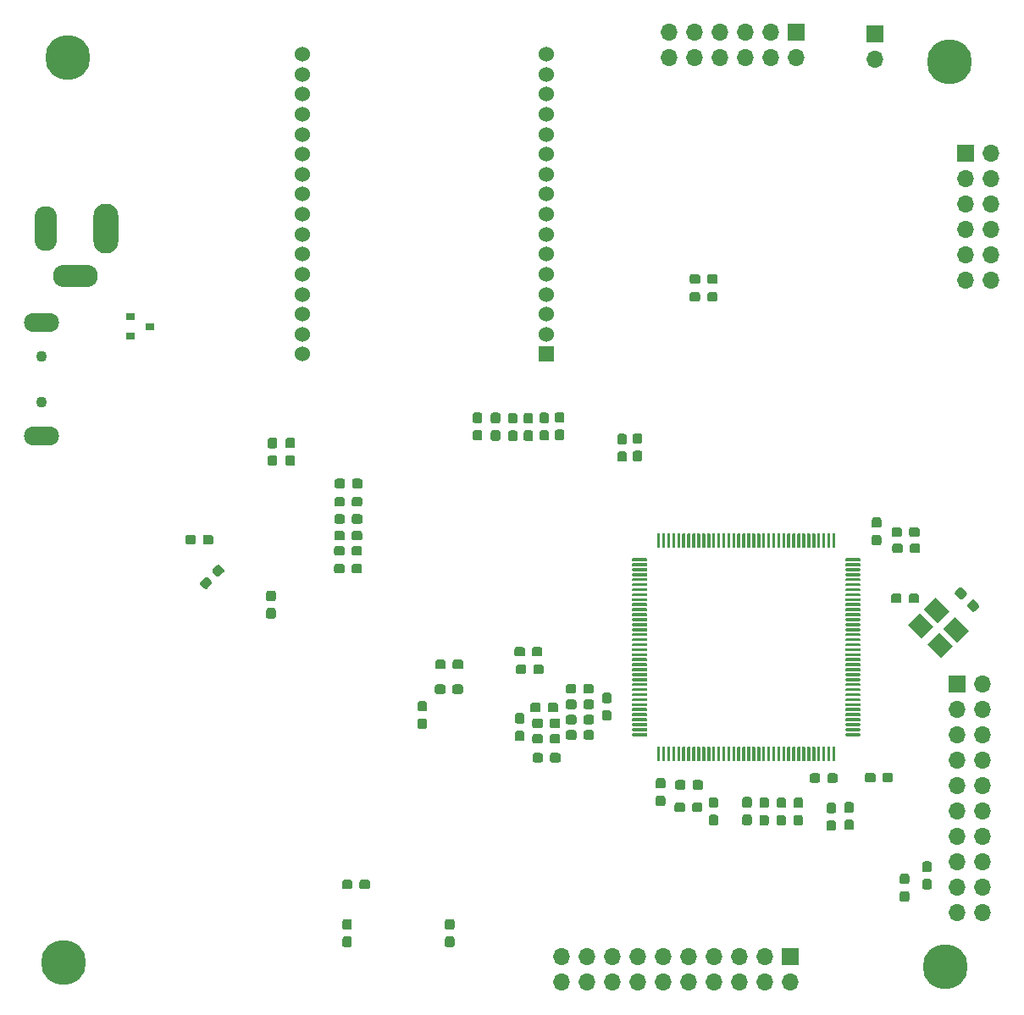
<source format=gbs>
G04 #@! TF.GenerationSoftware,KiCad,Pcbnew,6.0.0-unknown-cbea514~86~ubuntu18.04.1*
G04 #@! TF.CreationDate,2019-06-12T12:40:36-05:00*
G04 #@! TF.ProjectId,power,706f7765-722e-46b6-9963-61645f706362,rev?*
G04 #@! TF.SameCoordinates,Original*
G04 #@! TF.FileFunction,Soldermask,Bot*
G04 #@! TF.FilePolarity,Negative*
%FSLAX46Y46*%
G04 Gerber Fmt 4.6, Leading zero omitted, Abs format (unit mm)*
G04 Created by KiCad (PCBNEW 6.0.0-unknown-cbea514~86~ubuntu18.04.1) date 2019-06-12 12:40:36*
%MOMM*%
%LPD*%
G04 APERTURE LIST*
%ADD10O,4.500000X2.250000*%
%ADD11O,2.250000X4.500000*%
%ADD12O,2.500000X5.000000*%
%ADD13C,0.150000*%
%ADD14C,0.950000*%
%ADD15C,0.300000*%
%ADD16O,1.700000X1.700000*%
%ADD17R,1.700000X1.700000*%
%ADD18C,1.524000*%
%ADD19R,1.524000X1.524000*%
%ADD20C,1.650000*%
%ADD21O,3.500000X1.900000*%
%ADD22C,1.100000*%
%ADD23C,4.500000*%
%ADD24R,0.900000X0.800000*%
G04 APERTURE END LIST*
D10*
X57861200Y-41630600D03*
D11*
X54861200Y-36930600D03*
D12*
X60861200Y-36930600D03*
D13*
G36*
X132145360Y-91422413D02*
G01*
X132225257Y-91480461D01*
X132274636Y-91565988D01*
X132286260Y-91639380D01*
X132286260Y-92114380D01*
X132265727Y-92210980D01*
X132207679Y-92290877D01*
X132122152Y-92340256D01*
X132048760Y-92351880D01*
X131473760Y-92351880D01*
X131377160Y-92331347D01*
X131297263Y-92273299D01*
X131247884Y-92187772D01*
X131236260Y-92114380D01*
X131236260Y-91639380D01*
X131256793Y-91542780D01*
X131314841Y-91462883D01*
X131400368Y-91413504D01*
X131473760Y-91401880D01*
X132048760Y-91401880D01*
X132145360Y-91422413D01*
X132145360Y-91422413D01*
G37*
D14*
X131761260Y-91876880D03*
D13*
G36*
X133895360Y-91422413D02*
G01*
X133975257Y-91480461D01*
X134024636Y-91565988D01*
X134036260Y-91639380D01*
X134036260Y-92114380D01*
X134015727Y-92210980D01*
X133957679Y-92290877D01*
X133872152Y-92340256D01*
X133798760Y-92351880D01*
X133223760Y-92351880D01*
X133127160Y-92331347D01*
X133047263Y-92273299D01*
X132997884Y-92187772D01*
X132986260Y-92114380D01*
X132986260Y-91639380D01*
X133006793Y-91542780D01*
X133064841Y-91462883D01*
X133150368Y-91413504D01*
X133223760Y-91401880D01*
X133798760Y-91401880D01*
X133895360Y-91422413D01*
X133895360Y-91422413D01*
G37*
D14*
X133511260Y-91876880D03*
D13*
G36*
X114946307Y-69910676D02*
G01*
X114968274Y-69963709D01*
X114968274Y-70113709D01*
X114946307Y-70166742D01*
X114893274Y-70188709D01*
X113568274Y-70188709D01*
X113515241Y-70166742D01*
X113493274Y-70113709D01*
X113493274Y-69963709D01*
X113515241Y-69910676D01*
X113568274Y-69888709D01*
X114893274Y-69888709D01*
X114946307Y-69910676D01*
X114946307Y-69910676D01*
G37*
D15*
X114230774Y-70038709D03*
D13*
G36*
X114946307Y-70410676D02*
G01*
X114968274Y-70463709D01*
X114968274Y-70613709D01*
X114946307Y-70666742D01*
X114893274Y-70688709D01*
X113568274Y-70688709D01*
X113515241Y-70666742D01*
X113493274Y-70613709D01*
X113493274Y-70463709D01*
X113515241Y-70410676D01*
X113568274Y-70388709D01*
X114893274Y-70388709D01*
X114946307Y-70410676D01*
X114946307Y-70410676D01*
G37*
D15*
X114230774Y-70538709D03*
D13*
G36*
X114946307Y-70910676D02*
G01*
X114968274Y-70963709D01*
X114968274Y-71113709D01*
X114946307Y-71166742D01*
X114893274Y-71188709D01*
X113568274Y-71188709D01*
X113515241Y-71166742D01*
X113493274Y-71113709D01*
X113493274Y-70963709D01*
X113515241Y-70910676D01*
X113568274Y-70888709D01*
X114893274Y-70888709D01*
X114946307Y-70910676D01*
X114946307Y-70910676D01*
G37*
D15*
X114230774Y-71038709D03*
D13*
G36*
X114946307Y-71410676D02*
G01*
X114968274Y-71463709D01*
X114968274Y-71613709D01*
X114946307Y-71666742D01*
X114893274Y-71688709D01*
X113568274Y-71688709D01*
X113515241Y-71666742D01*
X113493274Y-71613709D01*
X113493274Y-71463709D01*
X113515241Y-71410676D01*
X113568274Y-71388709D01*
X114893274Y-71388709D01*
X114946307Y-71410676D01*
X114946307Y-71410676D01*
G37*
D15*
X114230774Y-71538709D03*
D13*
G36*
X114946307Y-71910676D02*
G01*
X114968274Y-71963709D01*
X114968274Y-72113709D01*
X114946307Y-72166742D01*
X114893274Y-72188709D01*
X113568274Y-72188709D01*
X113515241Y-72166742D01*
X113493274Y-72113709D01*
X113493274Y-71963709D01*
X113515241Y-71910676D01*
X113568274Y-71888709D01*
X114893274Y-71888709D01*
X114946307Y-71910676D01*
X114946307Y-71910676D01*
G37*
D15*
X114230774Y-72038709D03*
D13*
G36*
X114946307Y-72410676D02*
G01*
X114968274Y-72463709D01*
X114968274Y-72613709D01*
X114946307Y-72666742D01*
X114893274Y-72688709D01*
X113568274Y-72688709D01*
X113515241Y-72666742D01*
X113493274Y-72613709D01*
X113493274Y-72463709D01*
X113515241Y-72410676D01*
X113568274Y-72388709D01*
X114893274Y-72388709D01*
X114946307Y-72410676D01*
X114946307Y-72410676D01*
G37*
D15*
X114230774Y-72538709D03*
D13*
G36*
X114946307Y-72910676D02*
G01*
X114968274Y-72963709D01*
X114968274Y-73113709D01*
X114946307Y-73166742D01*
X114893274Y-73188709D01*
X113568274Y-73188709D01*
X113515241Y-73166742D01*
X113493274Y-73113709D01*
X113493274Y-72963709D01*
X113515241Y-72910676D01*
X113568274Y-72888709D01*
X114893274Y-72888709D01*
X114946307Y-72910676D01*
X114946307Y-72910676D01*
G37*
D15*
X114230774Y-73038709D03*
D13*
G36*
X114946307Y-73410676D02*
G01*
X114968274Y-73463709D01*
X114968274Y-73613709D01*
X114946307Y-73666742D01*
X114893274Y-73688709D01*
X113568274Y-73688709D01*
X113515241Y-73666742D01*
X113493274Y-73613709D01*
X113493274Y-73463709D01*
X113515241Y-73410676D01*
X113568274Y-73388709D01*
X114893274Y-73388709D01*
X114946307Y-73410676D01*
X114946307Y-73410676D01*
G37*
D15*
X114230774Y-73538709D03*
D13*
G36*
X114946307Y-73910676D02*
G01*
X114968274Y-73963709D01*
X114968274Y-74113709D01*
X114946307Y-74166742D01*
X114893274Y-74188709D01*
X113568274Y-74188709D01*
X113515241Y-74166742D01*
X113493274Y-74113709D01*
X113493274Y-73963709D01*
X113515241Y-73910676D01*
X113568274Y-73888709D01*
X114893274Y-73888709D01*
X114946307Y-73910676D01*
X114946307Y-73910676D01*
G37*
D15*
X114230774Y-74038709D03*
D13*
G36*
X114946307Y-74410676D02*
G01*
X114968274Y-74463709D01*
X114968274Y-74613709D01*
X114946307Y-74666742D01*
X114893274Y-74688709D01*
X113568274Y-74688709D01*
X113515241Y-74666742D01*
X113493274Y-74613709D01*
X113493274Y-74463709D01*
X113515241Y-74410676D01*
X113568274Y-74388709D01*
X114893274Y-74388709D01*
X114946307Y-74410676D01*
X114946307Y-74410676D01*
G37*
D15*
X114230774Y-74538709D03*
D13*
G36*
X114946307Y-74910676D02*
G01*
X114968274Y-74963709D01*
X114968274Y-75113709D01*
X114946307Y-75166742D01*
X114893274Y-75188709D01*
X113568274Y-75188709D01*
X113515241Y-75166742D01*
X113493274Y-75113709D01*
X113493274Y-74963709D01*
X113515241Y-74910676D01*
X113568274Y-74888709D01*
X114893274Y-74888709D01*
X114946307Y-74910676D01*
X114946307Y-74910676D01*
G37*
D15*
X114230774Y-75038709D03*
D13*
G36*
X114946307Y-75410676D02*
G01*
X114968274Y-75463709D01*
X114968274Y-75613709D01*
X114946307Y-75666742D01*
X114893274Y-75688709D01*
X113568274Y-75688709D01*
X113515241Y-75666742D01*
X113493274Y-75613709D01*
X113493274Y-75463709D01*
X113515241Y-75410676D01*
X113568274Y-75388709D01*
X114893274Y-75388709D01*
X114946307Y-75410676D01*
X114946307Y-75410676D01*
G37*
D15*
X114230774Y-75538709D03*
D13*
G36*
X114946307Y-75910676D02*
G01*
X114968274Y-75963709D01*
X114968274Y-76113709D01*
X114946307Y-76166742D01*
X114893274Y-76188709D01*
X113568274Y-76188709D01*
X113515241Y-76166742D01*
X113493274Y-76113709D01*
X113493274Y-75963709D01*
X113515241Y-75910676D01*
X113568274Y-75888709D01*
X114893274Y-75888709D01*
X114946307Y-75910676D01*
X114946307Y-75910676D01*
G37*
D15*
X114230774Y-76038709D03*
D13*
G36*
X114946307Y-76410676D02*
G01*
X114968274Y-76463709D01*
X114968274Y-76613709D01*
X114946307Y-76666742D01*
X114893274Y-76688709D01*
X113568274Y-76688709D01*
X113515241Y-76666742D01*
X113493274Y-76613709D01*
X113493274Y-76463709D01*
X113515241Y-76410676D01*
X113568274Y-76388709D01*
X114893274Y-76388709D01*
X114946307Y-76410676D01*
X114946307Y-76410676D01*
G37*
D15*
X114230774Y-76538709D03*
D13*
G36*
X114946307Y-76910676D02*
G01*
X114968274Y-76963709D01*
X114968274Y-77113709D01*
X114946307Y-77166742D01*
X114893274Y-77188709D01*
X113568274Y-77188709D01*
X113515241Y-77166742D01*
X113493274Y-77113709D01*
X113493274Y-76963709D01*
X113515241Y-76910676D01*
X113568274Y-76888709D01*
X114893274Y-76888709D01*
X114946307Y-76910676D01*
X114946307Y-76910676D01*
G37*
D15*
X114230774Y-77038709D03*
D13*
G36*
X114946307Y-77410676D02*
G01*
X114968274Y-77463709D01*
X114968274Y-77613709D01*
X114946307Y-77666742D01*
X114893274Y-77688709D01*
X113568274Y-77688709D01*
X113515241Y-77666742D01*
X113493274Y-77613709D01*
X113493274Y-77463709D01*
X113515241Y-77410676D01*
X113568274Y-77388709D01*
X114893274Y-77388709D01*
X114946307Y-77410676D01*
X114946307Y-77410676D01*
G37*
D15*
X114230774Y-77538709D03*
D13*
G36*
X114946307Y-77910676D02*
G01*
X114968274Y-77963709D01*
X114968274Y-78113709D01*
X114946307Y-78166742D01*
X114893274Y-78188709D01*
X113568274Y-78188709D01*
X113515241Y-78166742D01*
X113493274Y-78113709D01*
X113493274Y-77963709D01*
X113515241Y-77910676D01*
X113568274Y-77888709D01*
X114893274Y-77888709D01*
X114946307Y-77910676D01*
X114946307Y-77910676D01*
G37*
D15*
X114230774Y-78038709D03*
D13*
G36*
X114946307Y-78410676D02*
G01*
X114968274Y-78463709D01*
X114968274Y-78613709D01*
X114946307Y-78666742D01*
X114893274Y-78688709D01*
X113568274Y-78688709D01*
X113515241Y-78666742D01*
X113493274Y-78613709D01*
X113493274Y-78463709D01*
X113515241Y-78410676D01*
X113568274Y-78388709D01*
X114893274Y-78388709D01*
X114946307Y-78410676D01*
X114946307Y-78410676D01*
G37*
D15*
X114230774Y-78538709D03*
D13*
G36*
X114946307Y-78910676D02*
G01*
X114968274Y-78963709D01*
X114968274Y-79113709D01*
X114946307Y-79166742D01*
X114893274Y-79188709D01*
X113568274Y-79188709D01*
X113515241Y-79166742D01*
X113493274Y-79113709D01*
X113493274Y-78963709D01*
X113515241Y-78910676D01*
X113568274Y-78888709D01*
X114893274Y-78888709D01*
X114946307Y-78910676D01*
X114946307Y-78910676D01*
G37*
D15*
X114230774Y-79038709D03*
D13*
G36*
X114946307Y-79410676D02*
G01*
X114968274Y-79463709D01*
X114968274Y-79613709D01*
X114946307Y-79666742D01*
X114893274Y-79688709D01*
X113568274Y-79688709D01*
X113515241Y-79666742D01*
X113493274Y-79613709D01*
X113493274Y-79463709D01*
X113515241Y-79410676D01*
X113568274Y-79388709D01*
X114893274Y-79388709D01*
X114946307Y-79410676D01*
X114946307Y-79410676D01*
G37*
D15*
X114230774Y-79538709D03*
D13*
G36*
X114946307Y-79910676D02*
G01*
X114968274Y-79963709D01*
X114968274Y-80113709D01*
X114946307Y-80166742D01*
X114893274Y-80188709D01*
X113568274Y-80188709D01*
X113515241Y-80166742D01*
X113493274Y-80113709D01*
X113493274Y-79963709D01*
X113515241Y-79910676D01*
X113568274Y-79888709D01*
X114893274Y-79888709D01*
X114946307Y-79910676D01*
X114946307Y-79910676D01*
G37*
D15*
X114230774Y-80038709D03*
D13*
G36*
X114946307Y-80410676D02*
G01*
X114968274Y-80463709D01*
X114968274Y-80613709D01*
X114946307Y-80666742D01*
X114893274Y-80688709D01*
X113568274Y-80688709D01*
X113515241Y-80666742D01*
X113493274Y-80613709D01*
X113493274Y-80463709D01*
X113515241Y-80410676D01*
X113568274Y-80388709D01*
X114893274Y-80388709D01*
X114946307Y-80410676D01*
X114946307Y-80410676D01*
G37*
D15*
X114230774Y-80538709D03*
D13*
G36*
X114946307Y-80910676D02*
G01*
X114968274Y-80963709D01*
X114968274Y-81113709D01*
X114946307Y-81166742D01*
X114893274Y-81188709D01*
X113568274Y-81188709D01*
X113515241Y-81166742D01*
X113493274Y-81113709D01*
X113493274Y-80963709D01*
X113515241Y-80910676D01*
X113568274Y-80888709D01*
X114893274Y-80888709D01*
X114946307Y-80910676D01*
X114946307Y-80910676D01*
G37*
D15*
X114230774Y-81038709D03*
D13*
G36*
X114946307Y-81410676D02*
G01*
X114968274Y-81463709D01*
X114968274Y-81613709D01*
X114946307Y-81666742D01*
X114893274Y-81688709D01*
X113568274Y-81688709D01*
X113515241Y-81666742D01*
X113493274Y-81613709D01*
X113493274Y-81463709D01*
X113515241Y-81410676D01*
X113568274Y-81388709D01*
X114893274Y-81388709D01*
X114946307Y-81410676D01*
X114946307Y-81410676D01*
G37*
D15*
X114230774Y-81538709D03*
D13*
G36*
X114946307Y-81910676D02*
G01*
X114968274Y-81963709D01*
X114968274Y-82113709D01*
X114946307Y-82166742D01*
X114893274Y-82188709D01*
X113568274Y-82188709D01*
X113515241Y-82166742D01*
X113493274Y-82113709D01*
X113493274Y-81963709D01*
X113515241Y-81910676D01*
X113568274Y-81888709D01*
X114893274Y-81888709D01*
X114946307Y-81910676D01*
X114946307Y-81910676D01*
G37*
D15*
X114230774Y-82038709D03*
D13*
G36*
X114946307Y-82410676D02*
G01*
X114968274Y-82463709D01*
X114968274Y-82613709D01*
X114946307Y-82666742D01*
X114893274Y-82688709D01*
X113568274Y-82688709D01*
X113515241Y-82666742D01*
X113493274Y-82613709D01*
X113493274Y-82463709D01*
X113515241Y-82410676D01*
X113568274Y-82388709D01*
X114893274Y-82388709D01*
X114946307Y-82410676D01*
X114946307Y-82410676D01*
G37*
D15*
X114230774Y-82538709D03*
D13*
G36*
X114946307Y-82910676D02*
G01*
X114968274Y-82963709D01*
X114968274Y-83113709D01*
X114946307Y-83166742D01*
X114893274Y-83188709D01*
X113568274Y-83188709D01*
X113515241Y-83166742D01*
X113493274Y-83113709D01*
X113493274Y-82963709D01*
X113515241Y-82910676D01*
X113568274Y-82888709D01*
X114893274Y-82888709D01*
X114946307Y-82910676D01*
X114946307Y-82910676D01*
G37*
D15*
X114230774Y-83038709D03*
D13*
G36*
X114946307Y-83410676D02*
G01*
X114968274Y-83463709D01*
X114968274Y-83613709D01*
X114946307Y-83666742D01*
X114893274Y-83688709D01*
X113568274Y-83688709D01*
X113515241Y-83666742D01*
X113493274Y-83613709D01*
X113493274Y-83463709D01*
X113515241Y-83410676D01*
X113568274Y-83388709D01*
X114893274Y-83388709D01*
X114946307Y-83410676D01*
X114946307Y-83410676D01*
G37*
D15*
X114230774Y-83538709D03*
D13*
G36*
X114946307Y-83910676D02*
G01*
X114968274Y-83963709D01*
X114968274Y-84113709D01*
X114946307Y-84166742D01*
X114893274Y-84188709D01*
X113568274Y-84188709D01*
X113515241Y-84166742D01*
X113493274Y-84113709D01*
X113493274Y-83963709D01*
X113515241Y-83910676D01*
X113568274Y-83888709D01*
X114893274Y-83888709D01*
X114946307Y-83910676D01*
X114946307Y-83910676D01*
G37*
D15*
X114230774Y-84038709D03*
D13*
G36*
X114946307Y-84410676D02*
G01*
X114968274Y-84463709D01*
X114968274Y-84613709D01*
X114946307Y-84666742D01*
X114893274Y-84688709D01*
X113568274Y-84688709D01*
X113515241Y-84666742D01*
X113493274Y-84613709D01*
X113493274Y-84463709D01*
X113515241Y-84410676D01*
X113568274Y-84388709D01*
X114893274Y-84388709D01*
X114946307Y-84410676D01*
X114946307Y-84410676D01*
G37*
D15*
X114230774Y-84538709D03*
D13*
G36*
X114946307Y-84910676D02*
G01*
X114968274Y-84963709D01*
X114968274Y-85113709D01*
X114946307Y-85166742D01*
X114893274Y-85188709D01*
X113568274Y-85188709D01*
X113515241Y-85166742D01*
X113493274Y-85113709D01*
X113493274Y-84963709D01*
X113515241Y-84910676D01*
X113568274Y-84888709D01*
X114893274Y-84888709D01*
X114946307Y-84910676D01*
X114946307Y-84910676D01*
G37*
D15*
X114230774Y-85038709D03*
D13*
G36*
X114946307Y-85410676D02*
G01*
X114968274Y-85463709D01*
X114968274Y-85613709D01*
X114946307Y-85666742D01*
X114893274Y-85688709D01*
X113568274Y-85688709D01*
X113515241Y-85666742D01*
X113493274Y-85613709D01*
X113493274Y-85463709D01*
X113515241Y-85410676D01*
X113568274Y-85388709D01*
X114893274Y-85388709D01*
X114946307Y-85410676D01*
X114946307Y-85410676D01*
G37*
D15*
X114230774Y-85538709D03*
D13*
G36*
X114946307Y-85910676D02*
G01*
X114968274Y-85963709D01*
X114968274Y-86113709D01*
X114946307Y-86166742D01*
X114893274Y-86188709D01*
X113568274Y-86188709D01*
X113515241Y-86166742D01*
X113493274Y-86113709D01*
X113493274Y-85963709D01*
X113515241Y-85910676D01*
X113568274Y-85888709D01*
X114893274Y-85888709D01*
X114946307Y-85910676D01*
X114946307Y-85910676D01*
G37*
D15*
X114230774Y-86038709D03*
D13*
G36*
X114946307Y-86410676D02*
G01*
X114968274Y-86463709D01*
X114968274Y-86613709D01*
X114946307Y-86666742D01*
X114893274Y-86688709D01*
X113568274Y-86688709D01*
X113515241Y-86666742D01*
X113493274Y-86613709D01*
X113493274Y-86463709D01*
X113515241Y-86410676D01*
X113568274Y-86388709D01*
X114893274Y-86388709D01*
X114946307Y-86410676D01*
X114946307Y-86410676D01*
G37*
D15*
X114230774Y-86538709D03*
D13*
G36*
X114946307Y-86910676D02*
G01*
X114968274Y-86963709D01*
X114968274Y-87113709D01*
X114946307Y-87166742D01*
X114893274Y-87188709D01*
X113568274Y-87188709D01*
X113515241Y-87166742D01*
X113493274Y-87113709D01*
X113493274Y-86963709D01*
X113515241Y-86910676D01*
X113568274Y-86888709D01*
X114893274Y-86888709D01*
X114946307Y-86910676D01*
X114946307Y-86910676D01*
G37*
D15*
X114230774Y-87038709D03*
D13*
G36*
X114946307Y-87410676D02*
G01*
X114968274Y-87463709D01*
X114968274Y-87613709D01*
X114946307Y-87666742D01*
X114893274Y-87688709D01*
X113568274Y-87688709D01*
X113515241Y-87666742D01*
X113493274Y-87613709D01*
X113493274Y-87463709D01*
X113515241Y-87410676D01*
X113568274Y-87388709D01*
X114893274Y-87388709D01*
X114946307Y-87410676D01*
X114946307Y-87410676D01*
G37*
D15*
X114230774Y-87538709D03*
D13*
G36*
X116271307Y-88735676D02*
G01*
X116293274Y-88788709D01*
X116293274Y-90113709D01*
X116271307Y-90166742D01*
X116218274Y-90188709D01*
X116068274Y-90188709D01*
X116015241Y-90166742D01*
X115993274Y-90113709D01*
X115993274Y-88788709D01*
X116015241Y-88735676D01*
X116068274Y-88713709D01*
X116218274Y-88713709D01*
X116271307Y-88735676D01*
X116271307Y-88735676D01*
G37*
D15*
X116143274Y-89451209D03*
D13*
G36*
X116771307Y-88735676D02*
G01*
X116793274Y-88788709D01*
X116793274Y-90113709D01*
X116771307Y-90166742D01*
X116718274Y-90188709D01*
X116568274Y-90188709D01*
X116515241Y-90166742D01*
X116493274Y-90113709D01*
X116493274Y-88788709D01*
X116515241Y-88735676D01*
X116568274Y-88713709D01*
X116718274Y-88713709D01*
X116771307Y-88735676D01*
X116771307Y-88735676D01*
G37*
D15*
X116643274Y-89451209D03*
D13*
G36*
X117271307Y-88735676D02*
G01*
X117293274Y-88788709D01*
X117293274Y-90113709D01*
X117271307Y-90166742D01*
X117218274Y-90188709D01*
X117068274Y-90188709D01*
X117015241Y-90166742D01*
X116993274Y-90113709D01*
X116993274Y-88788709D01*
X117015241Y-88735676D01*
X117068274Y-88713709D01*
X117218274Y-88713709D01*
X117271307Y-88735676D01*
X117271307Y-88735676D01*
G37*
D15*
X117143274Y-89451209D03*
D13*
G36*
X117771307Y-88735676D02*
G01*
X117793274Y-88788709D01*
X117793274Y-90113709D01*
X117771307Y-90166742D01*
X117718274Y-90188709D01*
X117568274Y-90188709D01*
X117515241Y-90166742D01*
X117493274Y-90113709D01*
X117493274Y-88788709D01*
X117515241Y-88735676D01*
X117568274Y-88713709D01*
X117718274Y-88713709D01*
X117771307Y-88735676D01*
X117771307Y-88735676D01*
G37*
D15*
X117643274Y-89451209D03*
D13*
G36*
X118271307Y-88735676D02*
G01*
X118293274Y-88788709D01*
X118293274Y-90113709D01*
X118271307Y-90166742D01*
X118218274Y-90188709D01*
X118068274Y-90188709D01*
X118015241Y-90166742D01*
X117993274Y-90113709D01*
X117993274Y-88788709D01*
X118015241Y-88735676D01*
X118068274Y-88713709D01*
X118218274Y-88713709D01*
X118271307Y-88735676D01*
X118271307Y-88735676D01*
G37*
D15*
X118143274Y-89451209D03*
D13*
G36*
X118771307Y-88735676D02*
G01*
X118793274Y-88788709D01*
X118793274Y-90113709D01*
X118771307Y-90166742D01*
X118718274Y-90188709D01*
X118568274Y-90188709D01*
X118515241Y-90166742D01*
X118493274Y-90113709D01*
X118493274Y-88788709D01*
X118515241Y-88735676D01*
X118568274Y-88713709D01*
X118718274Y-88713709D01*
X118771307Y-88735676D01*
X118771307Y-88735676D01*
G37*
D15*
X118643274Y-89451209D03*
D13*
G36*
X119271307Y-88735676D02*
G01*
X119293274Y-88788709D01*
X119293274Y-90113709D01*
X119271307Y-90166742D01*
X119218274Y-90188709D01*
X119068274Y-90188709D01*
X119015241Y-90166742D01*
X118993274Y-90113709D01*
X118993274Y-88788709D01*
X119015241Y-88735676D01*
X119068274Y-88713709D01*
X119218274Y-88713709D01*
X119271307Y-88735676D01*
X119271307Y-88735676D01*
G37*
D15*
X119143274Y-89451209D03*
D13*
G36*
X119771307Y-88735676D02*
G01*
X119793274Y-88788709D01*
X119793274Y-90113709D01*
X119771307Y-90166742D01*
X119718274Y-90188709D01*
X119568274Y-90188709D01*
X119515241Y-90166742D01*
X119493274Y-90113709D01*
X119493274Y-88788709D01*
X119515241Y-88735676D01*
X119568274Y-88713709D01*
X119718274Y-88713709D01*
X119771307Y-88735676D01*
X119771307Y-88735676D01*
G37*
D15*
X119643274Y-89451209D03*
D13*
G36*
X120271307Y-88735676D02*
G01*
X120293274Y-88788709D01*
X120293274Y-90113709D01*
X120271307Y-90166742D01*
X120218274Y-90188709D01*
X120068274Y-90188709D01*
X120015241Y-90166742D01*
X119993274Y-90113709D01*
X119993274Y-88788709D01*
X120015241Y-88735676D01*
X120068274Y-88713709D01*
X120218274Y-88713709D01*
X120271307Y-88735676D01*
X120271307Y-88735676D01*
G37*
D15*
X120143274Y-89451209D03*
D13*
G36*
X120771307Y-88735676D02*
G01*
X120793274Y-88788709D01*
X120793274Y-90113709D01*
X120771307Y-90166742D01*
X120718274Y-90188709D01*
X120568274Y-90188709D01*
X120515241Y-90166742D01*
X120493274Y-90113709D01*
X120493274Y-88788709D01*
X120515241Y-88735676D01*
X120568274Y-88713709D01*
X120718274Y-88713709D01*
X120771307Y-88735676D01*
X120771307Y-88735676D01*
G37*
D15*
X120643274Y-89451209D03*
D13*
G36*
X121271307Y-88735676D02*
G01*
X121293274Y-88788709D01*
X121293274Y-90113709D01*
X121271307Y-90166742D01*
X121218274Y-90188709D01*
X121068274Y-90188709D01*
X121015241Y-90166742D01*
X120993274Y-90113709D01*
X120993274Y-88788709D01*
X121015241Y-88735676D01*
X121068274Y-88713709D01*
X121218274Y-88713709D01*
X121271307Y-88735676D01*
X121271307Y-88735676D01*
G37*
D15*
X121143274Y-89451209D03*
D13*
G36*
X121771307Y-88735676D02*
G01*
X121793274Y-88788709D01*
X121793274Y-90113709D01*
X121771307Y-90166742D01*
X121718274Y-90188709D01*
X121568274Y-90188709D01*
X121515241Y-90166742D01*
X121493274Y-90113709D01*
X121493274Y-88788709D01*
X121515241Y-88735676D01*
X121568274Y-88713709D01*
X121718274Y-88713709D01*
X121771307Y-88735676D01*
X121771307Y-88735676D01*
G37*
D15*
X121643274Y-89451209D03*
D13*
G36*
X122271307Y-88735676D02*
G01*
X122293274Y-88788709D01*
X122293274Y-90113709D01*
X122271307Y-90166742D01*
X122218274Y-90188709D01*
X122068274Y-90188709D01*
X122015241Y-90166742D01*
X121993274Y-90113709D01*
X121993274Y-88788709D01*
X122015241Y-88735676D01*
X122068274Y-88713709D01*
X122218274Y-88713709D01*
X122271307Y-88735676D01*
X122271307Y-88735676D01*
G37*
D15*
X122143274Y-89451209D03*
D13*
G36*
X122771307Y-88735676D02*
G01*
X122793274Y-88788709D01*
X122793274Y-90113709D01*
X122771307Y-90166742D01*
X122718274Y-90188709D01*
X122568274Y-90188709D01*
X122515241Y-90166742D01*
X122493274Y-90113709D01*
X122493274Y-88788709D01*
X122515241Y-88735676D01*
X122568274Y-88713709D01*
X122718274Y-88713709D01*
X122771307Y-88735676D01*
X122771307Y-88735676D01*
G37*
D15*
X122643274Y-89451209D03*
D13*
G36*
X123271307Y-88735676D02*
G01*
X123293274Y-88788709D01*
X123293274Y-90113709D01*
X123271307Y-90166742D01*
X123218274Y-90188709D01*
X123068274Y-90188709D01*
X123015241Y-90166742D01*
X122993274Y-90113709D01*
X122993274Y-88788709D01*
X123015241Y-88735676D01*
X123068274Y-88713709D01*
X123218274Y-88713709D01*
X123271307Y-88735676D01*
X123271307Y-88735676D01*
G37*
D15*
X123143274Y-89451209D03*
D13*
G36*
X123771307Y-88735676D02*
G01*
X123793274Y-88788709D01*
X123793274Y-90113709D01*
X123771307Y-90166742D01*
X123718274Y-90188709D01*
X123568274Y-90188709D01*
X123515241Y-90166742D01*
X123493274Y-90113709D01*
X123493274Y-88788709D01*
X123515241Y-88735676D01*
X123568274Y-88713709D01*
X123718274Y-88713709D01*
X123771307Y-88735676D01*
X123771307Y-88735676D01*
G37*
D15*
X123643274Y-89451209D03*
D13*
G36*
X124271307Y-88735676D02*
G01*
X124293274Y-88788709D01*
X124293274Y-90113709D01*
X124271307Y-90166742D01*
X124218274Y-90188709D01*
X124068274Y-90188709D01*
X124015241Y-90166742D01*
X123993274Y-90113709D01*
X123993274Y-88788709D01*
X124015241Y-88735676D01*
X124068274Y-88713709D01*
X124218274Y-88713709D01*
X124271307Y-88735676D01*
X124271307Y-88735676D01*
G37*
D15*
X124143274Y-89451209D03*
D13*
G36*
X124771307Y-88735676D02*
G01*
X124793274Y-88788709D01*
X124793274Y-90113709D01*
X124771307Y-90166742D01*
X124718274Y-90188709D01*
X124568274Y-90188709D01*
X124515241Y-90166742D01*
X124493274Y-90113709D01*
X124493274Y-88788709D01*
X124515241Y-88735676D01*
X124568274Y-88713709D01*
X124718274Y-88713709D01*
X124771307Y-88735676D01*
X124771307Y-88735676D01*
G37*
D15*
X124643274Y-89451209D03*
D13*
G36*
X125271307Y-88735676D02*
G01*
X125293274Y-88788709D01*
X125293274Y-90113709D01*
X125271307Y-90166742D01*
X125218274Y-90188709D01*
X125068274Y-90188709D01*
X125015241Y-90166742D01*
X124993274Y-90113709D01*
X124993274Y-88788709D01*
X125015241Y-88735676D01*
X125068274Y-88713709D01*
X125218274Y-88713709D01*
X125271307Y-88735676D01*
X125271307Y-88735676D01*
G37*
D15*
X125143274Y-89451209D03*
D13*
G36*
X125771307Y-88735676D02*
G01*
X125793274Y-88788709D01*
X125793274Y-90113709D01*
X125771307Y-90166742D01*
X125718274Y-90188709D01*
X125568274Y-90188709D01*
X125515241Y-90166742D01*
X125493274Y-90113709D01*
X125493274Y-88788709D01*
X125515241Y-88735676D01*
X125568274Y-88713709D01*
X125718274Y-88713709D01*
X125771307Y-88735676D01*
X125771307Y-88735676D01*
G37*
D15*
X125643274Y-89451209D03*
D13*
G36*
X126271307Y-88735676D02*
G01*
X126293274Y-88788709D01*
X126293274Y-90113709D01*
X126271307Y-90166742D01*
X126218274Y-90188709D01*
X126068274Y-90188709D01*
X126015241Y-90166742D01*
X125993274Y-90113709D01*
X125993274Y-88788709D01*
X126015241Y-88735676D01*
X126068274Y-88713709D01*
X126218274Y-88713709D01*
X126271307Y-88735676D01*
X126271307Y-88735676D01*
G37*
D15*
X126143274Y-89451209D03*
D13*
G36*
X126771307Y-88735676D02*
G01*
X126793274Y-88788709D01*
X126793274Y-90113709D01*
X126771307Y-90166742D01*
X126718274Y-90188709D01*
X126568274Y-90188709D01*
X126515241Y-90166742D01*
X126493274Y-90113709D01*
X126493274Y-88788709D01*
X126515241Y-88735676D01*
X126568274Y-88713709D01*
X126718274Y-88713709D01*
X126771307Y-88735676D01*
X126771307Y-88735676D01*
G37*
D15*
X126643274Y-89451209D03*
D13*
G36*
X127271307Y-88735676D02*
G01*
X127293274Y-88788709D01*
X127293274Y-90113709D01*
X127271307Y-90166742D01*
X127218274Y-90188709D01*
X127068274Y-90188709D01*
X127015241Y-90166742D01*
X126993274Y-90113709D01*
X126993274Y-88788709D01*
X127015241Y-88735676D01*
X127068274Y-88713709D01*
X127218274Y-88713709D01*
X127271307Y-88735676D01*
X127271307Y-88735676D01*
G37*
D15*
X127143274Y-89451209D03*
D13*
G36*
X127771307Y-88735676D02*
G01*
X127793274Y-88788709D01*
X127793274Y-90113709D01*
X127771307Y-90166742D01*
X127718274Y-90188709D01*
X127568274Y-90188709D01*
X127515241Y-90166742D01*
X127493274Y-90113709D01*
X127493274Y-88788709D01*
X127515241Y-88735676D01*
X127568274Y-88713709D01*
X127718274Y-88713709D01*
X127771307Y-88735676D01*
X127771307Y-88735676D01*
G37*
D15*
X127643274Y-89451209D03*
D13*
G36*
X128271307Y-88735676D02*
G01*
X128293274Y-88788709D01*
X128293274Y-90113709D01*
X128271307Y-90166742D01*
X128218274Y-90188709D01*
X128068274Y-90188709D01*
X128015241Y-90166742D01*
X127993274Y-90113709D01*
X127993274Y-88788709D01*
X128015241Y-88735676D01*
X128068274Y-88713709D01*
X128218274Y-88713709D01*
X128271307Y-88735676D01*
X128271307Y-88735676D01*
G37*
D15*
X128143274Y-89451209D03*
D13*
G36*
X128771307Y-88735676D02*
G01*
X128793274Y-88788709D01*
X128793274Y-90113709D01*
X128771307Y-90166742D01*
X128718274Y-90188709D01*
X128568274Y-90188709D01*
X128515241Y-90166742D01*
X128493274Y-90113709D01*
X128493274Y-88788709D01*
X128515241Y-88735676D01*
X128568274Y-88713709D01*
X128718274Y-88713709D01*
X128771307Y-88735676D01*
X128771307Y-88735676D01*
G37*
D15*
X128643274Y-89451209D03*
D13*
G36*
X129271307Y-88735676D02*
G01*
X129293274Y-88788709D01*
X129293274Y-90113709D01*
X129271307Y-90166742D01*
X129218274Y-90188709D01*
X129068274Y-90188709D01*
X129015241Y-90166742D01*
X128993274Y-90113709D01*
X128993274Y-88788709D01*
X129015241Y-88735676D01*
X129068274Y-88713709D01*
X129218274Y-88713709D01*
X129271307Y-88735676D01*
X129271307Y-88735676D01*
G37*
D15*
X129143274Y-89451209D03*
D13*
G36*
X129771307Y-88735676D02*
G01*
X129793274Y-88788709D01*
X129793274Y-90113709D01*
X129771307Y-90166742D01*
X129718274Y-90188709D01*
X129568274Y-90188709D01*
X129515241Y-90166742D01*
X129493274Y-90113709D01*
X129493274Y-88788709D01*
X129515241Y-88735676D01*
X129568274Y-88713709D01*
X129718274Y-88713709D01*
X129771307Y-88735676D01*
X129771307Y-88735676D01*
G37*
D15*
X129643274Y-89451209D03*
D13*
G36*
X130271307Y-88735676D02*
G01*
X130293274Y-88788709D01*
X130293274Y-90113709D01*
X130271307Y-90166742D01*
X130218274Y-90188709D01*
X130068274Y-90188709D01*
X130015241Y-90166742D01*
X129993274Y-90113709D01*
X129993274Y-88788709D01*
X130015241Y-88735676D01*
X130068274Y-88713709D01*
X130218274Y-88713709D01*
X130271307Y-88735676D01*
X130271307Y-88735676D01*
G37*
D15*
X130143274Y-89451209D03*
D13*
G36*
X130771307Y-88735676D02*
G01*
X130793274Y-88788709D01*
X130793274Y-90113709D01*
X130771307Y-90166742D01*
X130718274Y-90188709D01*
X130568274Y-90188709D01*
X130515241Y-90166742D01*
X130493274Y-90113709D01*
X130493274Y-88788709D01*
X130515241Y-88735676D01*
X130568274Y-88713709D01*
X130718274Y-88713709D01*
X130771307Y-88735676D01*
X130771307Y-88735676D01*
G37*
D15*
X130643274Y-89451209D03*
D13*
G36*
X131271307Y-88735676D02*
G01*
X131293274Y-88788709D01*
X131293274Y-90113709D01*
X131271307Y-90166742D01*
X131218274Y-90188709D01*
X131068274Y-90188709D01*
X131015241Y-90166742D01*
X130993274Y-90113709D01*
X130993274Y-88788709D01*
X131015241Y-88735676D01*
X131068274Y-88713709D01*
X131218274Y-88713709D01*
X131271307Y-88735676D01*
X131271307Y-88735676D01*
G37*
D15*
X131143274Y-89451209D03*
D13*
G36*
X131771307Y-88735676D02*
G01*
X131793274Y-88788709D01*
X131793274Y-90113709D01*
X131771307Y-90166742D01*
X131718274Y-90188709D01*
X131568274Y-90188709D01*
X131515241Y-90166742D01*
X131493274Y-90113709D01*
X131493274Y-88788709D01*
X131515241Y-88735676D01*
X131568274Y-88713709D01*
X131718274Y-88713709D01*
X131771307Y-88735676D01*
X131771307Y-88735676D01*
G37*
D15*
X131643274Y-89451209D03*
D13*
G36*
X132271307Y-88735676D02*
G01*
X132293274Y-88788709D01*
X132293274Y-90113709D01*
X132271307Y-90166742D01*
X132218274Y-90188709D01*
X132068274Y-90188709D01*
X132015241Y-90166742D01*
X131993274Y-90113709D01*
X131993274Y-88788709D01*
X132015241Y-88735676D01*
X132068274Y-88713709D01*
X132218274Y-88713709D01*
X132271307Y-88735676D01*
X132271307Y-88735676D01*
G37*
D15*
X132143274Y-89451209D03*
D13*
G36*
X132771307Y-88735676D02*
G01*
X132793274Y-88788709D01*
X132793274Y-90113709D01*
X132771307Y-90166742D01*
X132718274Y-90188709D01*
X132568274Y-90188709D01*
X132515241Y-90166742D01*
X132493274Y-90113709D01*
X132493274Y-88788709D01*
X132515241Y-88735676D01*
X132568274Y-88713709D01*
X132718274Y-88713709D01*
X132771307Y-88735676D01*
X132771307Y-88735676D01*
G37*
D15*
X132643274Y-89451209D03*
D13*
G36*
X133271307Y-88735676D02*
G01*
X133293274Y-88788709D01*
X133293274Y-90113709D01*
X133271307Y-90166742D01*
X133218274Y-90188709D01*
X133068274Y-90188709D01*
X133015241Y-90166742D01*
X132993274Y-90113709D01*
X132993274Y-88788709D01*
X133015241Y-88735676D01*
X133068274Y-88713709D01*
X133218274Y-88713709D01*
X133271307Y-88735676D01*
X133271307Y-88735676D01*
G37*
D15*
X133143274Y-89451209D03*
D13*
G36*
X133771307Y-88735676D02*
G01*
X133793274Y-88788709D01*
X133793274Y-90113709D01*
X133771307Y-90166742D01*
X133718274Y-90188709D01*
X133568274Y-90188709D01*
X133515241Y-90166742D01*
X133493274Y-90113709D01*
X133493274Y-88788709D01*
X133515241Y-88735676D01*
X133568274Y-88713709D01*
X133718274Y-88713709D01*
X133771307Y-88735676D01*
X133771307Y-88735676D01*
G37*
D15*
X133643274Y-89451209D03*
D13*
G36*
X136271307Y-87410676D02*
G01*
X136293274Y-87463709D01*
X136293274Y-87613709D01*
X136271307Y-87666742D01*
X136218274Y-87688709D01*
X134893274Y-87688709D01*
X134840241Y-87666742D01*
X134818274Y-87613709D01*
X134818274Y-87463709D01*
X134840241Y-87410676D01*
X134893274Y-87388709D01*
X136218274Y-87388709D01*
X136271307Y-87410676D01*
X136271307Y-87410676D01*
G37*
D15*
X135555774Y-87538709D03*
D13*
G36*
X136271307Y-86910676D02*
G01*
X136293274Y-86963709D01*
X136293274Y-87113709D01*
X136271307Y-87166742D01*
X136218274Y-87188709D01*
X134893274Y-87188709D01*
X134840241Y-87166742D01*
X134818274Y-87113709D01*
X134818274Y-86963709D01*
X134840241Y-86910676D01*
X134893274Y-86888709D01*
X136218274Y-86888709D01*
X136271307Y-86910676D01*
X136271307Y-86910676D01*
G37*
D15*
X135555774Y-87038709D03*
D13*
G36*
X136271307Y-86410676D02*
G01*
X136293274Y-86463709D01*
X136293274Y-86613709D01*
X136271307Y-86666742D01*
X136218274Y-86688709D01*
X134893274Y-86688709D01*
X134840241Y-86666742D01*
X134818274Y-86613709D01*
X134818274Y-86463709D01*
X134840241Y-86410676D01*
X134893274Y-86388709D01*
X136218274Y-86388709D01*
X136271307Y-86410676D01*
X136271307Y-86410676D01*
G37*
D15*
X135555774Y-86538709D03*
D13*
G36*
X136271307Y-85910676D02*
G01*
X136293274Y-85963709D01*
X136293274Y-86113709D01*
X136271307Y-86166742D01*
X136218274Y-86188709D01*
X134893274Y-86188709D01*
X134840241Y-86166742D01*
X134818274Y-86113709D01*
X134818274Y-85963709D01*
X134840241Y-85910676D01*
X134893274Y-85888709D01*
X136218274Y-85888709D01*
X136271307Y-85910676D01*
X136271307Y-85910676D01*
G37*
D15*
X135555774Y-86038709D03*
D13*
G36*
X136271307Y-85410676D02*
G01*
X136293274Y-85463709D01*
X136293274Y-85613709D01*
X136271307Y-85666742D01*
X136218274Y-85688709D01*
X134893274Y-85688709D01*
X134840241Y-85666742D01*
X134818274Y-85613709D01*
X134818274Y-85463709D01*
X134840241Y-85410676D01*
X134893274Y-85388709D01*
X136218274Y-85388709D01*
X136271307Y-85410676D01*
X136271307Y-85410676D01*
G37*
D15*
X135555774Y-85538709D03*
D13*
G36*
X136271307Y-84910676D02*
G01*
X136293274Y-84963709D01*
X136293274Y-85113709D01*
X136271307Y-85166742D01*
X136218274Y-85188709D01*
X134893274Y-85188709D01*
X134840241Y-85166742D01*
X134818274Y-85113709D01*
X134818274Y-84963709D01*
X134840241Y-84910676D01*
X134893274Y-84888709D01*
X136218274Y-84888709D01*
X136271307Y-84910676D01*
X136271307Y-84910676D01*
G37*
D15*
X135555774Y-85038709D03*
D13*
G36*
X136271307Y-84410676D02*
G01*
X136293274Y-84463709D01*
X136293274Y-84613709D01*
X136271307Y-84666742D01*
X136218274Y-84688709D01*
X134893274Y-84688709D01*
X134840241Y-84666742D01*
X134818274Y-84613709D01*
X134818274Y-84463709D01*
X134840241Y-84410676D01*
X134893274Y-84388709D01*
X136218274Y-84388709D01*
X136271307Y-84410676D01*
X136271307Y-84410676D01*
G37*
D15*
X135555774Y-84538709D03*
D13*
G36*
X136271307Y-83910676D02*
G01*
X136293274Y-83963709D01*
X136293274Y-84113709D01*
X136271307Y-84166742D01*
X136218274Y-84188709D01*
X134893274Y-84188709D01*
X134840241Y-84166742D01*
X134818274Y-84113709D01*
X134818274Y-83963709D01*
X134840241Y-83910676D01*
X134893274Y-83888709D01*
X136218274Y-83888709D01*
X136271307Y-83910676D01*
X136271307Y-83910676D01*
G37*
D15*
X135555774Y-84038709D03*
D13*
G36*
X136271307Y-83410676D02*
G01*
X136293274Y-83463709D01*
X136293274Y-83613709D01*
X136271307Y-83666742D01*
X136218274Y-83688709D01*
X134893274Y-83688709D01*
X134840241Y-83666742D01*
X134818274Y-83613709D01*
X134818274Y-83463709D01*
X134840241Y-83410676D01*
X134893274Y-83388709D01*
X136218274Y-83388709D01*
X136271307Y-83410676D01*
X136271307Y-83410676D01*
G37*
D15*
X135555774Y-83538709D03*
D13*
G36*
X136271307Y-82910676D02*
G01*
X136293274Y-82963709D01*
X136293274Y-83113709D01*
X136271307Y-83166742D01*
X136218274Y-83188709D01*
X134893274Y-83188709D01*
X134840241Y-83166742D01*
X134818274Y-83113709D01*
X134818274Y-82963709D01*
X134840241Y-82910676D01*
X134893274Y-82888709D01*
X136218274Y-82888709D01*
X136271307Y-82910676D01*
X136271307Y-82910676D01*
G37*
D15*
X135555774Y-83038709D03*
D13*
G36*
X136271307Y-82410676D02*
G01*
X136293274Y-82463709D01*
X136293274Y-82613709D01*
X136271307Y-82666742D01*
X136218274Y-82688709D01*
X134893274Y-82688709D01*
X134840241Y-82666742D01*
X134818274Y-82613709D01*
X134818274Y-82463709D01*
X134840241Y-82410676D01*
X134893274Y-82388709D01*
X136218274Y-82388709D01*
X136271307Y-82410676D01*
X136271307Y-82410676D01*
G37*
D15*
X135555774Y-82538709D03*
D13*
G36*
X136271307Y-81910676D02*
G01*
X136293274Y-81963709D01*
X136293274Y-82113709D01*
X136271307Y-82166742D01*
X136218274Y-82188709D01*
X134893274Y-82188709D01*
X134840241Y-82166742D01*
X134818274Y-82113709D01*
X134818274Y-81963709D01*
X134840241Y-81910676D01*
X134893274Y-81888709D01*
X136218274Y-81888709D01*
X136271307Y-81910676D01*
X136271307Y-81910676D01*
G37*
D15*
X135555774Y-82038709D03*
D13*
G36*
X136271307Y-81410676D02*
G01*
X136293274Y-81463709D01*
X136293274Y-81613709D01*
X136271307Y-81666742D01*
X136218274Y-81688709D01*
X134893274Y-81688709D01*
X134840241Y-81666742D01*
X134818274Y-81613709D01*
X134818274Y-81463709D01*
X134840241Y-81410676D01*
X134893274Y-81388709D01*
X136218274Y-81388709D01*
X136271307Y-81410676D01*
X136271307Y-81410676D01*
G37*
D15*
X135555774Y-81538709D03*
D13*
G36*
X136271307Y-80910676D02*
G01*
X136293274Y-80963709D01*
X136293274Y-81113709D01*
X136271307Y-81166742D01*
X136218274Y-81188709D01*
X134893274Y-81188709D01*
X134840241Y-81166742D01*
X134818274Y-81113709D01*
X134818274Y-80963709D01*
X134840241Y-80910676D01*
X134893274Y-80888709D01*
X136218274Y-80888709D01*
X136271307Y-80910676D01*
X136271307Y-80910676D01*
G37*
D15*
X135555774Y-81038709D03*
D13*
G36*
X136271307Y-80410676D02*
G01*
X136293274Y-80463709D01*
X136293274Y-80613709D01*
X136271307Y-80666742D01*
X136218274Y-80688709D01*
X134893274Y-80688709D01*
X134840241Y-80666742D01*
X134818274Y-80613709D01*
X134818274Y-80463709D01*
X134840241Y-80410676D01*
X134893274Y-80388709D01*
X136218274Y-80388709D01*
X136271307Y-80410676D01*
X136271307Y-80410676D01*
G37*
D15*
X135555774Y-80538709D03*
D13*
G36*
X136271307Y-79910676D02*
G01*
X136293274Y-79963709D01*
X136293274Y-80113709D01*
X136271307Y-80166742D01*
X136218274Y-80188709D01*
X134893274Y-80188709D01*
X134840241Y-80166742D01*
X134818274Y-80113709D01*
X134818274Y-79963709D01*
X134840241Y-79910676D01*
X134893274Y-79888709D01*
X136218274Y-79888709D01*
X136271307Y-79910676D01*
X136271307Y-79910676D01*
G37*
D15*
X135555774Y-80038709D03*
D13*
G36*
X136271307Y-79410676D02*
G01*
X136293274Y-79463709D01*
X136293274Y-79613709D01*
X136271307Y-79666742D01*
X136218274Y-79688709D01*
X134893274Y-79688709D01*
X134840241Y-79666742D01*
X134818274Y-79613709D01*
X134818274Y-79463709D01*
X134840241Y-79410676D01*
X134893274Y-79388709D01*
X136218274Y-79388709D01*
X136271307Y-79410676D01*
X136271307Y-79410676D01*
G37*
D15*
X135555774Y-79538709D03*
D13*
G36*
X136271307Y-78910676D02*
G01*
X136293274Y-78963709D01*
X136293274Y-79113709D01*
X136271307Y-79166742D01*
X136218274Y-79188709D01*
X134893274Y-79188709D01*
X134840241Y-79166742D01*
X134818274Y-79113709D01*
X134818274Y-78963709D01*
X134840241Y-78910676D01*
X134893274Y-78888709D01*
X136218274Y-78888709D01*
X136271307Y-78910676D01*
X136271307Y-78910676D01*
G37*
D15*
X135555774Y-79038709D03*
D13*
G36*
X136271307Y-78410676D02*
G01*
X136293274Y-78463709D01*
X136293274Y-78613709D01*
X136271307Y-78666742D01*
X136218274Y-78688709D01*
X134893274Y-78688709D01*
X134840241Y-78666742D01*
X134818274Y-78613709D01*
X134818274Y-78463709D01*
X134840241Y-78410676D01*
X134893274Y-78388709D01*
X136218274Y-78388709D01*
X136271307Y-78410676D01*
X136271307Y-78410676D01*
G37*
D15*
X135555774Y-78538709D03*
D13*
G36*
X136271307Y-77910676D02*
G01*
X136293274Y-77963709D01*
X136293274Y-78113709D01*
X136271307Y-78166742D01*
X136218274Y-78188709D01*
X134893274Y-78188709D01*
X134840241Y-78166742D01*
X134818274Y-78113709D01*
X134818274Y-77963709D01*
X134840241Y-77910676D01*
X134893274Y-77888709D01*
X136218274Y-77888709D01*
X136271307Y-77910676D01*
X136271307Y-77910676D01*
G37*
D15*
X135555774Y-78038709D03*
D13*
G36*
X136271307Y-77410676D02*
G01*
X136293274Y-77463709D01*
X136293274Y-77613709D01*
X136271307Y-77666742D01*
X136218274Y-77688709D01*
X134893274Y-77688709D01*
X134840241Y-77666742D01*
X134818274Y-77613709D01*
X134818274Y-77463709D01*
X134840241Y-77410676D01*
X134893274Y-77388709D01*
X136218274Y-77388709D01*
X136271307Y-77410676D01*
X136271307Y-77410676D01*
G37*
D15*
X135555774Y-77538709D03*
D13*
G36*
X136271307Y-76910676D02*
G01*
X136293274Y-76963709D01*
X136293274Y-77113709D01*
X136271307Y-77166742D01*
X136218274Y-77188709D01*
X134893274Y-77188709D01*
X134840241Y-77166742D01*
X134818274Y-77113709D01*
X134818274Y-76963709D01*
X134840241Y-76910676D01*
X134893274Y-76888709D01*
X136218274Y-76888709D01*
X136271307Y-76910676D01*
X136271307Y-76910676D01*
G37*
D15*
X135555774Y-77038709D03*
D13*
G36*
X136271307Y-76410676D02*
G01*
X136293274Y-76463709D01*
X136293274Y-76613709D01*
X136271307Y-76666742D01*
X136218274Y-76688709D01*
X134893274Y-76688709D01*
X134840241Y-76666742D01*
X134818274Y-76613709D01*
X134818274Y-76463709D01*
X134840241Y-76410676D01*
X134893274Y-76388709D01*
X136218274Y-76388709D01*
X136271307Y-76410676D01*
X136271307Y-76410676D01*
G37*
D15*
X135555774Y-76538709D03*
D13*
G36*
X136271307Y-75910676D02*
G01*
X136293274Y-75963709D01*
X136293274Y-76113709D01*
X136271307Y-76166742D01*
X136218274Y-76188709D01*
X134893274Y-76188709D01*
X134840241Y-76166742D01*
X134818274Y-76113709D01*
X134818274Y-75963709D01*
X134840241Y-75910676D01*
X134893274Y-75888709D01*
X136218274Y-75888709D01*
X136271307Y-75910676D01*
X136271307Y-75910676D01*
G37*
D15*
X135555774Y-76038709D03*
D13*
G36*
X136271307Y-75410676D02*
G01*
X136293274Y-75463709D01*
X136293274Y-75613709D01*
X136271307Y-75666742D01*
X136218274Y-75688709D01*
X134893274Y-75688709D01*
X134840241Y-75666742D01*
X134818274Y-75613709D01*
X134818274Y-75463709D01*
X134840241Y-75410676D01*
X134893274Y-75388709D01*
X136218274Y-75388709D01*
X136271307Y-75410676D01*
X136271307Y-75410676D01*
G37*
D15*
X135555774Y-75538709D03*
D13*
G36*
X136271307Y-74910676D02*
G01*
X136293274Y-74963709D01*
X136293274Y-75113709D01*
X136271307Y-75166742D01*
X136218274Y-75188709D01*
X134893274Y-75188709D01*
X134840241Y-75166742D01*
X134818274Y-75113709D01*
X134818274Y-74963709D01*
X134840241Y-74910676D01*
X134893274Y-74888709D01*
X136218274Y-74888709D01*
X136271307Y-74910676D01*
X136271307Y-74910676D01*
G37*
D15*
X135555774Y-75038709D03*
D13*
G36*
X136271307Y-74410676D02*
G01*
X136293274Y-74463709D01*
X136293274Y-74613709D01*
X136271307Y-74666742D01*
X136218274Y-74688709D01*
X134893274Y-74688709D01*
X134840241Y-74666742D01*
X134818274Y-74613709D01*
X134818274Y-74463709D01*
X134840241Y-74410676D01*
X134893274Y-74388709D01*
X136218274Y-74388709D01*
X136271307Y-74410676D01*
X136271307Y-74410676D01*
G37*
D15*
X135555774Y-74538709D03*
D13*
G36*
X136271307Y-73910676D02*
G01*
X136293274Y-73963709D01*
X136293274Y-74113709D01*
X136271307Y-74166742D01*
X136218274Y-74188709D01*
X134893274Y-74188709D01*
X134840241Y-74166742D01*
X134818274Y-74113709D01*
X134818274Y-73963709D01*
X134840241Y-73910676D01*
X134893274Y-73888709D01*
X136218274Y-73888709D01*
X136271307Y-73910676D01*
X136271307Y-73910676D01*
G37*
D15*
X135555774Y-74038709D03*
D13*
G36*
X136271307Y-73410676D02*
G01*
X136293274Y-73463709D01*
X136293274Y-73613709D01*
X136271307Y-73666742D01*
X136218274Y-73688709D01*
X134893274Y-73688709D01*
X134840241Y-73666742D01*
X134818274Y-73613709D01*
X134818274Y-73463709D01*
X134840241Y-73410676D01*
X134893274Y-73388709D01*
X136218274Y-73388709D01*
X136271307Y-73410676D01*
X136271307Y-73410676D01*
G37*
D15*
X135555774Y-73538709D03*
D13*
G36*
X136271307Y-72910676D02*
G01*
X136293274Y-72963709D01*
X136293274Y-73113709D01*
X136271307Y-73166742D01*
X136218274Y-73188709D01*
X134893274Y-73188709D01*
X134840241Y-73166742D01*
X134818274Y-73113709D01*
X134818274Y-72963709D01*
X134840241Y-72910676D01*
X134893274Y-72888709D01*
X136218274Y-72888709D01*
X136271307Y-72910676D01*
X136271307Y-72910676D01*
G37*
D15*
X135555774Y-73038709D03*
D13*
G36*
X136271307Y-72410676D02*
G01*
X136293274Y-72463709D01*
X136293274Y-72613709D01*
X136271307Y-72666742D01*
X136218274Y-72688709D01*
X134893274Y-72688709D01*
X134840241Y-72666742D01*
X134818274Y-72613709D01*
X134818274Y-72463709D01*
X134840241Y-72410676D01*
X134893274Y-72388709D01*
X136218274Y-72388709D01*
X136271307Y-72410676D01*
X136271307Y-72410676D01*
G37*
D15*
X135555774Y-72538709D03*
D13*
G36*
X136271307Y-71910676D02*
G01*
X136293274Y-71963709D01*
X136293274Y-72113709D01*
X136271307Y-72166742D01*
X136218274Y-72188709D01*
X134893274Y-72188709D01*
X134840241Y-72166742D01*
X134818274Y-72113709D01*
X134818274Y-71963709D01*
X134840241Y-71910676D01*
X134893274Y-71888709D01*
X136218274Y-71888709D01*
X136271307Y-71910676D01*
X136271307Y-71910676D01*
G37*
D15*
X135555774Y-72038709D03*
D13*
G36*
X136271307Y-71410676D02*
G01*
X136293274Y-71463709D01*
X136293274Y-71613709D01*
X136271307Y-71666742D01*
X136218274Y-71688709D01*
X134893274Y-71688709D01*
X134840241Y-71666742D01*
X134818274Y-71613709D01*
X134818274Y-71463709D01*
X134840241Y-71410676D01*
X134893274Y-71388709D01*
X136218274Y-71388709D01*
X136271307Y-71410676D01*
X136271307Y-71410676D01*
G37*
D15*
X135555774Y-71538709D03*
D13*
G36*
X136271307Y-70910676D02*
G01*
X136293274Y-70963709D01*
X136293274Y-71113709D01*
X136271307Y-71166742D01*
X136218274Y-71188709D01*
X134893274Y-71188709D01*
X134840241Y-71166742D01*
X134818274Y-71113709D01*
X134818274Y-70963709D01*
X134840241Y-70910676D01*
X134893274Y-70888709D01*
X136218274Y-70888709D01*
X136271307Y-70910676D01*
X136271307Y-70910676D01*
G37*
D15*
X135555774Y-71038709D03*
D13*
G36*
X136271307Y-70410676D02*
G01*
X136293274Y-70463709D01*
X136293274Y-70613709D01*
X136271307Y-70666742D01*
X136218274Y-70688709D01*
X134893274Y-70688709D01*
X134840241Y-70666742D01*
X134818274Y-70613709D01*
X134818274Y-70463709D01*
X134840241Y-70410676D01*
X134893274Y-70388709D01*
X136218274Y-70388709D01*
X136271307Y-70410676D01*
X136271307Y-70410676D01*
G37*
D15*
X135555774Y-70538709D03*
D13*
G36*
X136271307Y-69910676D02*
G01*
X136293274Y-69963709D01*
X136293274Y-70113709D01*
X136271307Y-70166742D01*
X136218274Y-70188709D01*
X134893274Y-70188709D01*
X134840241Y-70166742D01*
X134818274Y-70113709D01*
X134818274Y-69963709D01*
X134840241Y-69910676D01*
X134893274Y-69888709D01*
X136218274Y-69888709D01*
X136271307Y-69910676D01*
X136271307Y-69910676D01*
G37*
D15*
X135555774Y-70038709D03*
D13*
G36*
X133771307Y-67410676D02*
G01*
X133793274Y-67463709D01*
X133793274Y-68788709D01*
X133771307Y-68841742D01*
X133718274Y-68863709D01*
X133568274Y-68863709D01*
X133515241Y-68841742D01*
X133493274Y-68788709D01*
X133493274Y-67463709D01*
X133515241Y-67410676D01*
X133568274Y-67388709D01*
X133718274Y-67388709D01*
X133771307Y-67410676D01*
X133771307Y-67410676D01*
G37*
D15*
X133643274Y-68126209D03*
D13*
G36*
X133271307Y-67410676D02*
G01*
X133293274Y-67463709D01*
X133293274Y-68788709D01*
X133271307Y-68841742D01*
X133218274Y-68863709D01*
X133068274Y-68863709D01*
X133015241Y-68841742D01*
X132993274Y-68788709D01*
X132993274Y-67463709D01*
X133015241Y-67410676D01*
X133068274Y-67388709D01*
X133218274Y-67388709D01*
X133271307Y-67410676D01*
X133271307Y-67410676D01*
G37*
D15*
X133143274Y-68126209D03*
D13*
G36*
X132771307Y-67410676D02*
G01*
X132793274Y-67463709D01*
X132793274Y-68788709D01*
X132771307Y-68841742D01*
X132718274Y-68863709D01*
X132568274Y-68863709D01*
X132515241Y-68841742D01*
X132493274Y-68788709D01*
X132493274Y-67463709D01*
X132515241Y-67410676D01*
X132568274Y-67388709D01*
X132718274Y-67388709D01*
X132771307Y-67410676D01*
X132771307Y-67410676D01*
G37*
D15*
X132643274Y-68126209D03*
D13*
G36*
X132271307Y-67410676D02*
G01*
X132293274Y-67463709D01*
X132293274Y-68788709D01*
X132271307Y-68841742D01*
X132218274Y-68863709D01*
X132068274Y-68863709D01*
X132015241Y-68841742D01*
X131993274Y-68788709D01*
X131993274Y-67463709D01*
X132015241Y-67410676D01*
X132068274Y-67388709D01*
X132218274Y-67388709D01*
X132271307Y-67410676D01*
X132271307Y-67410676D01*
G37*
D15*
X132143274Y-68126209D03*
D13*
G36*
X131771307Y-67410676D02*
G01*
X131793274Y-67463709D01*
X131793274Y-68788709D01*
X131771307Y-68841742D01*
X131718274Y-68863709D01*
X131568274Y-68863709D01*
X131515241Y-68841742D01*
X131493274Y-68788709D01*
X131493274Y-67463709D01*
X131515241Y-67410676D01*
X131568274Y-67388709D01*
X131718274Y-67388709D01*
X131771307Y-67410676D01*
X131771307Y-67410676D01*
G37*
D15*
X131643274Y-68126209D03*
D13*
G36*
X131271307Y-67410676D02*
G01*
X131293274Y-67463709D01*
X131293274Y-68788709D01*
X131271307Y-68841742D01*
X131218274Y-68863709D01*
X131068274Y-68863709D01*
X131015241Y-68841742D01*
X130993274Y-68788709D01*
X130993274Y-67463709D01*
X131015241Y-67410676D01*
X131068274Y-67388709D01*
X131218274Y-67388709D01*
X131271307Y-67410676D01*
X131271307Y-67410676D01*
G37*
D15*
X131143274Y-68126209D03*
D13*
G36*
X130771307Y-67410676D02*
G01*
X130793274Y-67463709D01*
X130793274Y-68788709D01*
X130771307Y-68841742D01*
X130718274Y-68863709D01*
X130568274Y-68863709D01*
X130515241Y-68841742D01*
X130493274Y-68788709D01*
X130493274Y-67463709D01*
X130515241Y-67410676D01*
X130568274Y-67388709D01*
X130718274Y-67388709D01*
X130771307Y-67410676D01*
X130771307Y-67410676D01*
G37*
D15*
X130643274Y-68126209D03*
D13*
G36*
X130271307Y-67410676D02*
G01*
X130293274Y-67463709D01*
X130293274Y-68788709D01*
X130271307Y-68841742D01*
X130218274Y-68863709D01*
X130068274Y-68863709D01*
X130015241Y-68841742D01*
X129993274Y-68788709D01*
X129993274Y-67463709D01*
X130015241Y-67410676D01*
X130068274Y-67388709D01*
X130218274Y-67388709D01*
X130271307Y-67410676D01*
X130271307Y-67410676D01*
G37*
D15*
X130143274Y-68126209D03*
D13*
G36*
X129771307Y-67410676D02*
G01*
X129793274Y-67463709D01*
X129793274Y-68788709D01*
X129771307Y-68841742D01*
X129718274Y-68863709D01*
X129568274Y-68863709D01*
X129515241Y-68841742D01*
X129493274Y-68788709D01*
X129493274Y-67463709D01*
X129515241Y-67410676D01*
X129568274Y-67388709D01*
X129718274Y-67388709D01*
X129771307Y-67410676D01*
X129771307Y-67410676D01*
G37*
D15*
X129643274Y-68126209D03*
D13*
G36*
X129271307Y-67410676D02*
G01*
X129293274Y-67463709D01*
X129293274Y-68788709D01*
X129271307Y-68841742D01*
X129218274Y-68863709D01*
X129068274Y-68863709D01*
X129015241Y-68841742D01*
X128993274Y-68788709D01*
X128993274Y-67463709D01*
X129015241Y-67410676D01*
X129068274Y-67388709D01*
X129218274Y-67388709D01*
X129271307Y-67410676D01*
X129271307Y-67410676D01*
G37*
D15*
X129143274Y-68126209D03*
D13*
G36*
X128771307Y-67410676D02*
G01*
X128793274Y-67463709D01*
X128793274Y-68788709D01*
X128771307Y-68841742D01*
X128718274Y-68863709D01*
X128568274Y-68863709D01*
X128515241Y-68841742D01*
X128493274Y-68788709D01*
X128493274Y-67463709D01*
X128515241Y-67410676D01*
X128568274Y-67388709D01*
X128718274Y-67388709D01*
X128771307Y-67410676D01*
X128771307Y-67410676D01*
G37*
D15*
X128643274Y-68126209D03*
D13*
G36*
X128271307Y-67410676D02*
G01*
X128293274Y-67463709D01*
X128293274Y-68788709D01*
X128271307Y-68841742D01*
X128218274Y-68863709D01*
X128068274Y-68863709D01*
X128015241Y-68841742D01*
X127993274Y-68788709D01*
X127993274Y-67463709D01*
X128015241Y-67410676D01*
X128068274Y-67388709D01*
X128218274Y-67388709D01*
X128271307Y-67410676D01*
X128271307Y-67410676D01*
G37*
D15*
X128143274Y-68126209D03*
D13*
G36*
X127771307Y-67410676D02*
G01*
X127793274Y-67463709D01*
X127793274Y-68788709D01*
X127771307Y-68841742D01*
X127718274Y-68863709D01*
X127568274Y-68863709D01*
X127515241Y-68841742D01*
X127493274Y-68788709D01*
X127493274Y-67463709D01*
X127515241Y-67410676D01*
X127568274Y-67388709D01*
X127718274Y-67388709D01*
X127771307Y-67410676D01*
X127771307Y-67410676D01*
G37*
D15*
X127643274Y-68126209D03*
D13*
G36*
X127271307Y-67410676D02*
G01*
X127293274Y-67463709D01*
X127293274Y-68788709D01*
X127271307Y-68841742D01*
X127218274Y-68863709D01*
X127068274Y-68863709D01*
X127015241Y-68841742D01*
X126993274Y-68788709D01*
X126993274Y-67463709D01*
X127015241Y-67410676D01*
X127068274Y-67388709D01*
X127218274Y-67388709D01*
X127271307Y-67410676D01*
X127271307Y-67410676D01*
G37*
D15*
X127143274Y-68126209D03*
D13*
G36*
X126771307Y-67410676D02*
G01*
X126793274Y-67463709D01*
X126793274Y-68788709D01*
X126771307Y-68841742D01*
X126718274Y-68863709D01*
X126568274Y-68863709D01*
X126515241Y-68841742D01*
X126493274Y-68788709D01*
X126493274Y-67463709D01*
X126515241Y-67410676D01*
X126568274Y-67388709D01*
X126718274Y-67388709D01*
X126771307Y-67410676D01*
X126771307Y-67410676D01*
G37*
D15*
X126643274Y-68126209D03*
D13*
G36*
X126271307Y-67410676D02*
G01*
X126293274Y-67463709D01*
X126293274Y-68788709D01*
X126271307Y-68841742D01*
X126218274Y-68863709D01*
X126068274Y-68863709D01*
X126015241Y-68841742D01*
X125993274Y-68788709D01*
X125993274Y-67463709D01*
X126015241Y-67410676D01*
X126068274Y-67388709D01*
X126218274Y-67388709D01*
X126271307Y-67410676D01*
X126271307Y-67410676D01*
G37*
D15*
X126143274Y-68126209D03*
D13*
G36*
X125771307Y-67410676D02*
G01*
X125793274Y-67463709D01*
X125793274Y-68788709D01*
X125771307Y-68841742D01*
X125718274Y-68863709D01*
X125568274Y-68863709D01*
X125515241Y-68841742D01*
X125493274Y-68788709D01*
X125493274Y-67463709D01*
X125515241Y-67410676D01*
X125568274Y-67388709D01*
X125718274Y-67388709D01*
X125771307Y-67410676D01*
X125771307Y-67410676D01*
G37*
D15*
X125643274Y-68126209D03*
D13*
G36*
X125271307Y-67410676D02*
G01*
X125293274Y-67463709D01*
X125293274Y-68788709D01*
X125271307Y-68841742D01*
X125218274Y-68863709D01*
X125068274Y-68863709D01*
X125015241Y-68841742D01*
X124993274Y-68788709D01*
X124993274Y-67463709D01*
X125015241Y-67410676D01*
X125068274Y-67388709D01*
X125218274Y-67388709D01*
X125271307Y-67410676D01*
X125271307Y-67410676D01*
G37*
D15*
X125143274Y-68126209D03*
D13*
G36*
X124771307Y-67410676D02*
G01*
X124793274Y-67463709D01*
X124793274Y-68788709D01*
X124771307Y-68841742D01*
X124718274Y-68863709D01*
X124568274Y-68863709D01*
X124515241Y-68841742D01*
X124493274Y-68788709D01*
X124493274Y-67463709D01*
X124515241Y-67410676D01*
X124568274Y-67388709D01*
X124718274Y-67388709D01*
X124771307Y-67410676D01*
X124771307Y-67410676D01*
G37*
D15*
X124643274Y-68126209D03*
D13*
G36*
X124271307Y-67410676D02*
G01*
X124293274Y-67463709D01*
X124293274Y-68788709D01*
X124271307Y-68841742D01*
X124218274Y-68863709D01*
X124068274Y-68863709D01*
X124015241Y-68841742D01*
X123993274Y-68788709D01*
X123993274Y-67463709D01*
X124015241Y-67410676D01*
X124068274Y-67388709D01*
X124218274Y-67388709D01*
X124271307Y-67410676D01*
X124271307Y-67410676D01*
G37*
D15*
X124143274Y-68126209D03*
D13*
G36*
X123771307Y-67410676D02*
G01*
X123793274Y-67463709D01*
X123793274Y-68788709D01*
X123771307Y-68841742D01*
X123718274Y-68863709D01*
X123568274Y-68863709D01*
X123515241Y-68841742D01*
X123493274Y-68788709D01*
X123493274Y-67463709D01*
X123515241Y-67410676D01*
X123568274Y-67388709D01*
X123718274Y-67388709D01*
X123771307Y-67410676D01*
X123771307Y-67410676D01*
G37*
D15*
X123643274Y-68126209D03*
D13*
G36*
X123271307Y-67410676D02*
G01*
X123293274Y-67463709D01*
X123293274Y-68788709D01*
X123271307Y-68841742D01*
X123218274Y-68863709D01*
X123068274Y-68863709D01*
X123015241Y-68841742D01*
X122993274Y-68788709D01*
X122993274Y-67463709D01*
X123015241Y-67410676D01*
X123068274Y-67388709D01*
X123218274Y-67388709D01*
X123271307Y-67410676D01*
X123271307Y-67410676D01*
G37*
D15*
X123143274Y-68126209D03*
D13*
G36*
X122771307Y-67410676D02*
G01*
X122793274Y-67463709D01*
X122793274Y-68788709D01*
X122771307Y-68841742D01*
X122718274Y-68863709D01*
X122568274Y-68863709D01*
X122515241Y-68841742D01*
X122493274Y-68788709D01*
X122493274Y-67463709D01*
X122515241Y-67410676D01*
X122568274Y-67388709D01*
X122718274Y-67388709D01*
X122771307Y-67410676D01*
X122771307Y-67410676D01*
G37*
D15*
X122643274Y-68126209D03*
D13*
G36*
X122271307Y-67410676D02*
G01*
X122293274Y-67463709D01*
X122293274Y-68788709D01*
X122271307Y-68841742D01*
X122218274Y-68863709D01*
X122068274Y-68863709D01*
X122015241Y-68841742D01*
X121993274Y-68788709D01*
X121993274Y-67463709D01*
X122015241Y-67410676D01*
X122068274Y-67388709D01*
X122218274Y-67388709D01*
X122271307Y-67410676D01*
X122271307Y-67410676D01*
G37*
D15*
X122143274Y-68126209D03*
D13*
G36*
X121771307Y-67410676D02*
G01*
X121793274Y-67463709D01*
X121793274Y-68788709D01*
X121771307Y-68841742D01*
X121718274Y-68863709D01*
X121568274Y-68863709D01*
X121515241Y-68841742D01*
X121493274Y-68788709D01*
X121493274Y-67463709D01*
X121515241Y-67410676D01*
X121568274Y-67388709D01*
X121718274Y-67388709D01*
X121771307Y-67410676D01*
X121771307Y-67410676D01*
G37*
D15*
X121643274Y-68126209D03*
D13*
G36*
X121271307Y-67410676D02*
G01*
X121293274Y-67463709D01*
X121293274Y-68788709D01*
X121271307Y-68841742D01*
X121218274Y-68863709D01*
X121068274Y-68863709D01*
X121015241Y-68841742D01*
X120993274Y-68788709D01*
X120993274Y-67463709D01*
X121015241Y-67410676D01*
X121068274Y-67388709D01*
X121218274Y-67388709D01*
X121271307Y-67410676D01*
X121271307Y-67410676D01*
G37*
D15*
X121143274Y-68126209D03*
D13*
G36*
X120771307Y-67410676D02*
G01*
X120793274Y-67463709D01*
X120793274Y-68788709D01*
X120771307Y-68841742D01*
X120718274Y-68863709D01*
X120568274Y-68863709D01*
X120515241Y-68841742D01*
X120493274Y-68788709D01*
X120493274Y-67463709D01*
X120515241Y-67410676D01*
X120568274Y-67388709D01*
X120718274Y-67388709D01*
X120771307Y-67410676D01*
X120771307Y-67410676D01*
G37*
D15*
X120643274Y-68126209D03*
D13*
G36*
X120271307Y-67410676D02*
G01*
X120293274Y-67463709D01*
X120293274Y-68788709D01*
X120271307Y-68841742D01*
X120218274Y-68863709D01*
X120068274Y-68863709D01*
X120015241Y-68841742D01*
X119993274Y-68788709D01*
X119993274Y-67463709D01*
X120015241Y-67410676D01*
X120068274Y-67388709D01*
X120218274Y-67388709D01*
X120271307Y-67410676D01*
X120271307Y-67410676D01*
G37*
D15*
X120143274Y-68126209D03*
D13*
G36*
X119771307Y-67410676D02*
G01*
X119793274Y-67463709D01*
X119793274Y-68788709D01*
X119771307Y-68841742D01*
X119718274Y-68863709D01*
X119568274Y-68863709D01*
X119515241Y-68841742D01*
X119493274Y-68788709D01*
X119493274Y-67463709D01*
X119515241Y-67410676D01*
X119568274Y-67388709D01*
X119718274Y-67388709D01*
X119771307Y-67410676D01*
X119771307Y-67410676D01*
G37*
D15*
X119643274Y-68126209D03*
D13*
G36*
X119271307Y-67410676D02*
G01*
X119293274Y-67463709D01*
X119293274Y-68788709D01*
X119271307Y-68841742D01*
X119218274Y-68863709D01*
X119068274Y-68863709D01*
X119015241Y-68841742D01*
X118993274Y-68788709D01*
X118993274Y-67463709D01*
X119015241Y-67410676D01*
X119068274Y-67388709D01*
X119218274Y-67388709D01*
X119271307Y-67410676D01*
X119271307Y-67410676D01*
G37*
D15*
X119143274Y-68126209D03*
D13*
G36*
X118771307Y-67410676D02*
G01*
X118793274Y-67463709D01*
X118793274Y-68788709D01*
X118771307Y-68841742D01*
X118718274Y-68863709D01*
X118568274Y-68863709D01*
X118515241Y-68841742D01*
X118493274Y-68788709D01*
X118493274Y-67463709D01*
X118515241Y-67410676D01*
X118568274Y-67388709D01*
X118718274Y-67388709D01*
X118771307Y-67410676D01*
X118771307Y-67410676D01*
G37*
D15*
X118643274Y-68126209D03*
D13*
G36*
X118271307Y-67410676D02*
G01*
X118293274Y-67463709D01*
X118293274Y-68788709D01*
X118271307Y-68841742D01*
X118218274Y-68863709D01*
X118068274Y-68863709D01*
X118015241Y-68841742D01*
X117993274Y-68788709D01*
X117993274Y-67463709D01*
X118015241Y-67410676D01*
X118068274Y-67388709D01*
X118218274Y-67388709D01*
X118271307Y-67410676D01*
X118271307Y-67410676D01*
G37*
D15*
X118143274Y-68126209D03*
D13*
G36*
X117771307Y-67410676D02*
G01*
X117793274Y-67463709D01*
X117793274Y-68788709D01*
X117771307Y-68841742D01*
X117718274Y-68863709D01*
X117568274Y-68863709D01*
X117515241Y-68841742D01*
X117493274Y-68788709D01*
X117493274Y-67463709D01*
X117515241Y-67410676D01*
X117568274Y-67388709D01*
X117718274Y-67388709D01*
X117771307Y-67410676D01*
X117771307Y-67410676D01*
G37*
D15*
X117643274Y-68126209D03*
D13*
G36*
X117271307Y-67410676D02*
G01*
X117293274Y-67463709D01*
X117293274Y-68788709D01*
X117271307Y-68841742D01*
X117218274Y-68863709D01*
X117068274Y-68863709D01*
X117015241Y-68841742D01*
X116993274Y-68788709D01*
X116993274Y-67463709D01*
X117015241Y-67410676D01*
X117068274Y-67388709D01*
X117218274Y-67388709D01*
X117271307Y-67410676D01*
X117271307Y-67410676D01*
G37*
D15*
X117143274Y-68126209D03*
D13*
G36*
X116771307Y-67410676D02*
G01*
X116793274Y-67463709D01*
X116793274Y-68788709D01*
X116771307Y-68841742D01*
X116718274Y-68863709D01*
X116568274Y-68863709D01*
X116515241Y-68841742D01*
X116493274Y-68788709D01*
X116493274Y-67463709D01*
X116515241Y-67410676D01*
X116568274Y-67388709D01*
X116718274Y-67388709D01*
X116771307Y-67410676D01*
X116771307Y-67410676D01*
G37*
D15*
X116643274Y-68126209D03*
D13*
G36*
X116271307Y-67410676D02*
G01*
X116293274Y-67463709D01*
X116293274Y-68788709D01*
X116271307Y-68841742D01*
X116218274Y-68863709D01*
X116068274Y-68863709D01*
X116015241Y-68841742D01*
X115993274Y-68788709D01*
X115993274Y-67463709D01*
X116015241Y-67410676D01*
X116068274Y-67388709D01*
X116218274Y-67388709D01*
X116271307Y-67410676D01*
X116271307Y-67410676D01*
G37*
D15*
X116143274Y-68126209D03*
D16*
X137728960Y-19989800D03*
D17*
X137728960Y-17449800D03*
D13*
G36*
X104437800Y-89380253D02*
G01*
X104517697Y-89438301D01*
X104567076Y-89523828D01*
X104578700Y-89597220D01*
X104578700Y-90072220D01*
X104558167Y-90168820D01*
X104500119Y-90248717D01*
X104414592Y-90298096D01*
X104341200Y-90309720D01*
X103766200Y-90309720D01*
X103669600Y-90289187D01*
X103589703Y-90231139D01*
X103540324Y-90145612D01*
X103528700Y-90072220D01*
X103528700Y-89597220D01*
X103549233Y-89500620D01*
X103607281Y-89420723D01*
X103692808Y-89371344D01*
X103766200Y-89359720D01*
X104341200Y-89359720D01*
X104437800Y-89380253D01*
X104437800Y-89380253D01*
G37*
D14*
X104053700Y-89834720D03*
D13*
G36*
X106187800Y-89380253D02*
G01*
X106267697Y-89438301D01*
X106317076Y-89523828D01*
X106328700Y-89597220D01*
X106328700Y-90072220D01*
X106308167Y-90168820D01*
X106250119Y-90248717D01*
X106164592Y-90298096D01*
X106091200Y-90309720D01*
X105516200Y-90309720D01*
X105419600Y-90289187D01*
X105339703Y-90231139D01*
X105290324Y-90145612D01*
X105278700Y-90072220D01*
X105278700Y-89597220D01*
X105299233Y-89500620D01*
X105357281Y-89420723D01*
X105442808Y-89371344D01*
X105516200Y-89359720D01*
X106091200Y-89359720D01*
X106187800Y-89380253D01*
X106187800Y-89380253D01*
G37*
D14*
X105803700Y-89834720D03*
D18*
X80504540Y-49489880D03*
X80504540Y-47489880D03*
X80504540Y-45489880D03*
X80504540Y-43489880D03*
X80504540Y-41489880D03*
X80504540Y-39489880D03*
X80504540Y-37489880D03*
X80504540Y-35489880D03*
X80504540Y-33489880D03*
X80504540Y-31489880D03*
X80504540Y-29489880D03*
X80504540Y-27489880D03*
X80504540Y-25489880D03*
X80504540Y-23489880D03*
X80504540Y-21489880D03*
X80504540Y-19489880D03*
X104904540Y-19489880D03*
X104904540Y-21489880D03*
X104904540Y-23489880D03*
X104904540Y-25489880D03*
X104904540Y-27489880D03*
X104904540Y-29489880D03*
X104904540Y-31489880D03*
X104904540Y-33489880D03*
X104904540Y-35489880D03*
X104904540Y-37489880D03*
X104904540Y-39489880D03*
X104904540Y-41489880D03*
X104904540Y-43489880D03*
X104904540Y-45489880D03*
X104904540Y-47489880D03*
D19*
X104904540Y-49489880D03*
D13*
G36*
X107782980Y-85580413D02*
G01*
X107862877Y-85638461D01*
X107912256Y-85723988D01*
X107923880Y-85797380D01*
X107923880Y-86272380D01*
X107903347Y-86368980D01*
X107845299Y-86448877D01*
X107759772Y-86498256D01*
X107686380Y-86509880D01*
X107111380Y-86509880D01*
X107014780Y-86489347D01*
X106934883Y-86431299D01*
X106885504Y-86345772D01*
X106873880Y-86272380D01*
X106873880Y-85797380D01*
X106894413Y-85700780D01*
X106952461Y-85620883D01*
X107037988Y-85571504D01*
X107111380Y-85559880D01*
X107686380Y-85559880D01*
X107782980Y-85580413D01*
X107782980Y-85580413D01*
G37*
D14*
X107398880Y-86034880D03*
D13*
G36*
X109532980Y-85580413D02*
G01*
X109612877Y-85638461D01*
X109662256Y-85723988D01*
X109673880Y-85797380D01*
X109673880Y-86272380D01*
X109653347Y-86368980D01*
X109595299Y-86448877D01*
X109509772Y-86498256D01*
X109436380Y-86509880D01*
X108861380Y-86509880D01*
X108764780Y-86489347D01*
X108684883Y-86431299D01*
X108635504Y-86345772D01*
X108623880Y-86272380D01*
X108623880Y-85797380D01*
X108644413Y-85700780D01*
X108702461Y-85620883D01*
X108787988Y-85571504D01*
X108861380Y-85559880D01*
X109436380Y-85559880D01*
X109532980Y-85580413D01*
X109532980Y-85580413D01*
G37*
D14*
X109148880Y-86034880D03*
D20*
X142346622Y-76674692D03*
D13*
G36*
X141073830Y-76568626D02*
G01*
X142240556Y-75401900D01*
X143619414Y-76780758D01*
X142452688Y-77947484D01*
X141073830Y-76568626D01*
X141073830Y-76568626D01*
G37*
D20*
X144291165Y-78619235D03*
D13*
G36*
X143018373Y-78513169D02*
G01*
X144185099Y-77346443D01*
X145563957Y-78725301D01*
X144397231Y-79892027D01*
X143018373Y-78513169D01*
X143018373Y-78513169D01*
G37*
D20*
X145846800Y-77063600D03*
D13*
G36*
X144574008Y-76957534D02*
G01*
X145740734Y-75790808D01*
X147119592Y-77169666D01*
X145952866Y-78336392D01*
X144574008Y-76957534D01*
X144574008Y-76957534D01*
G37*
D20*
X143902257Y-75119057D03*
D13*
G36*
X142629465Y-75012991D02*
G01*
X143796191Y-73846265D01*
X145175049Y-75225123D01*
X144008323Y-76391849D01*
X142629465Y-75012991D01*
X142629465Y-75012991D01*
G37*
G36*
X118674500Y-92103133D02*
G01*
X118754397Y-92161181D01*
X118803776Y-92246708D01*
X118815400Y-92320100D01*
X118815400Y-92795100D01*
X118794867Y-92891700D01*
X118736819Y-92971597D01*
X118651292Y-93020976D01*
X118577900Y-93032600D01*
X118002900Y-93032600D01*
X117906300Y-93012067D01*
X117826403Y-92954019D01*
X117777024Y-92868492D01*
X117765400Y-92795100D01*
X117765400Y-92320100D01*
X117785933Y-92223500D01*
X117843981Y-92143603D01*
X117929508Y-92094224D01*
X118002900Y-92082600D01*
X118577900Y-92082600D01*
X118674500Y-92103133D01*
X118674500Y-92103133D01*
G37*
D14*
X118290400Y-92557600D03*
D13*
G36*
X120424500Y-92103133D02*
G01*
X120504397Y-92161181D01*
X120553776Y-92246708D01*
X120565400Y-92320100D01*
X120565400Y-92795100D01*
X120544867Y-92891700D01*
X120486819Y-92971597D01*
X120401292Y-93020976D01*
X120327900Y-93032600D01*
X119752900Y-93032600D01*
X119656300Y-93012067D01*
X119576403Y-92954019D01*
X119527024Y-92868492D01*
X119515400Y-92795100D01*
X119515400Y-92320100D01*
X119535933Y-92223500D01*
X119593981Y-92143603D01*
X119679508Y-92094224D01*
X119752900Y-92082600D01*
X120327900Y-92082600D01*
X120424500Y-92103133D01*
X120424500Y-92103133D01*
G37*
D14*
X120040400Y-92557600D03*
D13*
G36*
X85384100Y-102045533D02*
G01*
X85463997Y-102103581D01*
X85513376Y-102189108D01*
X85525000Y-102262500D01*
X85525000Y-102737500D01*
X85504467Y-102834100D01*
X85446419Y-102913997D01*
X85360892Y-102963376D01*
X85287500Y-102975000D01*
X84712500Y-102975000D01*
X84615900Y-102954467D01*
X84536003Y-102896419D01*
X84486624Y-102810892D01*
X84475000Y-102737500D01*
X84475000Y-102262500D01*
X84495533Y-102165900D01*
X84553581Y-102086003D01*
X84639108Y-102036624D01*
X84712500Y-102025000D01*
X85287500Y-102025000D01*
X85384100Y-102045533D01*
X85384100Y-102045533D01*
G37*
D14*
X85000000Y-102500000D03*
D13*
G36*
X87134100Y-102045533D02*
G01*
X87213997Y-102103581D01*
X87263376Y-102189108D01*
X87275000Y-102262500D01*
X87275000Y-102737500D01*
X87254467Y-102834100D01*
X87196419Y-102913997D01*
X87110892Y-102963376D01*
X87037500Y-102975000D01*
X86462500Y-102975000D01*
X86365900Y-102954467D01*
X86286003Y-102896419D01*
X86236624Y-102810892D01*
X86225000Y-102737500D01*
X86225000Y-102262500D01*
X86245533Y-102165900D01*
X86303581Y-102086003D01*
X86389108Y-102036624D01*
X86462500Y-102025000D01*
X87037500Y-102025000D01*
X87134100Y-102045533D01*
X87134100Y-102045533D01*
G37*
D14*
X86750000Y-102500000D03*
D13*
G36*
X95584100Y-105995533D02*
G01*
X95663997Y-106053581D01*
X95713376Y-106139108D01*
X95725000Y-106212500D01*
X95725000Y-106787500D01*
X95704467Y-106884100D01*
X95646419Y-106963997D01*
X95560892Y-107013376D01*
X95487500Y-107025000D01*
X95012500Y-107025000D01*
X94915900Y-107004467D01*
X94836003Y-106946419D01*
X94786624Y-106860892D01*
X94775000Y-106787500D01*
X94775000Y-106212500D01*
X94795533Y-106115900D01*
X94853581Y-106036003D01*
X94939108Y-105986624D01*
X95012500Y-105975000D01*
X95487500Y-105975000D01*
X95584100Y-105995533D01*
X95584100Y-105995533D01*
G37*
D14*
X95250000Y-106500000D03*
D13*
G36*
X95584100Y-107745533D02*
G01*
X95663997Y-107803581D01*
X95713376Y-107889108D01*
X95725000Y-107962500D01*
X95725000Y-108537500D01*
X95704467Y-108634100D01*
X95646419Y-108713997D01*
X95560892Y-108763376D01*
X95487500Y-108775000D01*
X95012500Y-108775000D01*
X94915900Y-108754467D01*
X94836003Y-108696419D01*
X94786624Y-108610892D01*
X94775000Y-108537500D01*
X94775000Y-107962500D01*
X94795533Y-107865900D01*
X94853581Y-107786003D01*
X94939108Y-107736624D01*
X95012500Y-107725000D01*
X95487500Y-107725000D01*
X95584100Y-107745533D01*
X95584100Y-107745533D01*
G37*
D14*
X95250000Y-108250000D03*
D13*
G36*
X85334100Y-105995533D02*
G01*
X85413997Y-106053581D01*
X85463376Y-106139108D01*
X85475000Y-106212500D01*
X85475000Y-106787500D01*
X85454467Y-106884100D01*
X85396419Y-106963997D01*
X85310892Y-107013376D01*
X85237500Y-107025000D01*
X84762500Y-107025000D01*
X84665900Y-107004467D01*
X84586003Y-106946419D01*
X84536624Y-106860892D01*
X84525000Y-106787500D01*
X84525000Y-106212500D01*
X84545533Y-106115900D01*
X84603581Y-106036003D01*
X84689108Y-105986624D01*
X84762500Y-105975000D01*
X85237500Y-105975000D01*
X85334100Y-105995533D01*
X85334100Y-105995533D01*
G37*
D14*
X85000000Y-106500000D03*
D13*
G36*
X85334100Y-107745533D02*
G01*
X85413997Y-107803581D01*
X85463376Y-107889108D01*
X85475000Y-107962500D01*
X85475000Y-108537500D01*
X85454467Y-108634100D01*
X85396419Y-108713997D01*
X85310892Y-108763376D01*
X85237500Y-108775000D01*
X84762500Y-108775000D01*
X84665900Y-108754467D01*
X84586003Y-108696419D01*
X84536624Y-108610892D01*
X84525000Y-108537500D01*
X84525000Y-107962500D01*
X84545533Y-107865900D01*
X84603581Y-107786003D01*
X84689108Y-107736624D01*
X84762500Y-107725000D01*
X85237500Y-107725000D01*
X85334100Y-107745533D01*
X85334100Y-107745533D01*
G37*
D14*
X85000000Y-108250000D03*
D13*
G36*
X142085620Y-66802193D02*
G01*
X142165517Y-66860241D01*
X142214896Y-66945768D01*
X142226520Y-67019160D01*
X142226520Y-67494160D01*
X142205987Y-67590760D01*
X142147939Y-67670657D01*
X142062412Y-67720036D01*
X141989020Y-67731660D01*
X141414020Y-67731660D01*
X141317420Y-67711127D01*
X141237523Y-67653079D01*
X141188144Y-67567552D01*
X141176520Y-67494160D01*
X141176520Y-67019160D01*
X141197053Y-66922560D01*
X141255101Y-66842663D01*
X141340628Y-66793284D01*
X141414020Y-66781660D01*
X141989020Y-66781660D01*
X142085620Y-66802193D01*
X142085620Y-66802193D01*
G37*
D14*
X141701520Y-67256660D03*
D13*
G36*
X140335620Y-66802193D02*
G01*
X140415517Y-66860241D01*
X140464896Y-66945768D01*
X140476520Y-67019160D01*
X140476520Y-67494160D01*
X140455987Y-67590760D01*
X140397939Y-67670657D01*
X140312412Y-67720036D01*
X140239020Y-67731660D01*
X139664020Y-67731660D01*
X139567420Y-67711127D01*
X139487523Y-67653079D01*
X139438144Y-67567552D01*
X139426520Y-67494160D01*
X139426520Y-67019160D01*
X139447053Y-66922560D01*
X139505101Y-66842663D01*
X139590628Y-66793284D01*
X139664020Y-66781660D01*
X140239020Y-66781660D01*
X140335620Y-66802193D01*
X140335620Y-66802193D01*
G37*
D14*
X139951520Y-67256660D03*
D13*
G36*
X139431320Y-91353833D02*
G01*
X139511217Y-91411881D01*
X139560596Y-91497408D01*
X139572220Y-91570800D01*
X139572220Y-92045800D01*
X139551687Y-92142400D01*
X139493639Y-92222297D01*
X139408112Y-92271676D01*
X139334720Y-92283300D01*
X138759720Y-92283300D01*
X138663120Y-92262767D01*
X138583223Y-92204719D01*
X138533844Y-92119192D01*
X138522220Y-92045800D01*
X138522220Y-91570800D01*
X138542753Y-91474200D01*
X138600801Y-91394303D01*
X138686328Y-91344924D01*
X138759720Y-91333300D01*
X139334720Y-91333300D01*
X139431320Y-91353833D01*
X139431320Y-91353833D01*
G37*
D14*
X139047220Y-91808300D03*
D13*
G36*
X137681320Y-91353833D02*
G01*
X137761217Y-91411881D01*
X137810596Y-91497408D01*
X137822220Y-91570800D01*
X137822220Y-92045800D01*
X137801687Y-92142400D01*
X137743639Y-92222297D01*
X137658112Y-92271676D01*
X137584720Y-92283300D01*
X137009720Y-92283300D01*
X136913120Y-92262767D01*
X136833223Y-92204719D01*
X136783844Y-92119192D01*
X136772220Y-92045800D01*
X136772220Y-91570800D01*
X136792753Y-91474200D01*
X136850801Y-91394303D01*
X136936328Y-91344924D01*
X137009720Y-91333300D01*
X137584720Y-91333300D01*
X137681320Y-91353833D01*
X137681320Y-91353833D01*
G37*
D14*
X137297220Y-91808300D03*
D13*
G36*
X112792600Y-59213473D02*
G01*
X112872497Y-59271521D01*
X112921876Y-59357048D01*
X112933500Y-59430440D01*
X112933500Y-60005440D01*
X112912967Y-60102040D01*
X112854919Y-60181937D01*
X112769392Y-60231316D01*
X112696000Y-60242940D01*
X112221000Y-60242940D01*
X112124400Y-60222407D01*
X112044503Y-60164359D01*
X111995124Y-60078832D01*
X111983500Y-60005440D01*
X111983500Y-59430440D01*
X112004033Y-59333840D01*
X112062081Y-59253943D01*
X112147608Y-59204564D01*
X112221000Y-59192940D01*
X112696000Y-59192940D01*
X112792600Y-59213473D01*
X112792600Y-59213473D01*
G37*
D14*
X112458500Y-59717940D03*
D13*
G36*
X112792600Y-57463473D02*
G01*
X112872497Y-57521521D01*
X112921876Y-57607048D01*
X112933500Y-57680440D01*
X112933500Y-58255440D01*
X112912967Y-58352040D01*
X112854919Y-58431937D01*
X112769392Y-58481316D01*
X112696000Y-58492940D01*
X112221000Y-58492940D01*
X112124400Y-58472407D01*
X112044503Y-58414359D01*
X111995124Y-58328832D01*
X111983500Y-58255440D01*
X111983500Y-57680440D01*
X112004033Y-57583840D01*
X112062081Y-57503943D01*
X112147608Y-57454564D01*
X112221000Y-57442940D01*
X112696000Y-57442940D01*
X112792600Y-57463473D01*
X112792600Y-57463473D01*
G37*
D14*
X112458500Y-57967940D03*
D13*
G36*
X114369940Y-59170293D02*
G01*
X114449837Y-59228341D01*
X114499216Y-59313868D01*
X114510840Y-59387260D01*
X114510840Y-59962260D01*
X114490307Y-60058860D01*
X114432259Y-60138757D01*
X114346732Y-60188136D01*
X114273340Y-60199760D01*
X113798340Y-60199760D01*
X113701740Y-60179227D01*
X113621843Y-60121179D01*
X113572464Y-60035652D01*
X113560840Y-59962260D01*
X113560840Y-59387260D01*
X113581373Y-59290660D01*
X113639421Y-59210763D01*
X113724948Y-59161384D01*
X113798340Y-59149760D01*
X114273340Y-59149760D01*
X114369940Y-59170293D01*
X114369940Y-59170293D01*
G37*
D14*
X114035840Y-59674760D03*
D13*
G36*
X114369940Y-57420293D02*
G01*
X114449837Y-57478341D01*
X114499216Y-57563868D01*
X114510840Y-57637260D01*
X114510840Y-58212260D01*
X114490307Y-58308860D01*
X114432259Y-58388757D01*
X114346732Y-58438136D01*
X114273340Y-58449760D01*
X113798340Y-58449760D01*
X113701740Y-58429227D01*
X113621843Y-58371179D01*
X113572464Y-58285652D01*
X113560840Y-58212260D01*
X113560840Y-57637260D01*
X113581373Y-57540660D01*
X113639421Y-57460763D01*
X113724948Y-57411384D01*
X113798340Y-57399760D01*
X114273340Y-57399760D01*
X114369940Y-57420293D01*
X114369940Y-57420293D01*
G37*
D14*
X114035840Y-57924760D03*
D13*
G36*
X111291460Y-85103693D02*
G01*
X111371357Y-85161741D01*
X111420736Y-85247268D01*
X111432360Y-85320660D01*
X111432360Y-85895660D01*
X111411827Y-85992260D01*
X111353779Y-86072157D01*
X111268252Y-86121536D01*
X111194860Y-86133160D01*
X110719860Y-86133160D01*
X110623260Y-86112627D01*
X110543363Y-86054579D01*
X110493984Y-85969052D01*
X110482360Y-85895660D01*
X110482360Y-85320660D01*
X110502893Y-85224060D01*
X110560941Y-85144163D01*
X110646468Y-85094784D01*
X110719860Y-85083160D01*
X111194860Y-85083160D01*
X111291460Y-85103693D01*
X111291460Y-85103693D01*
G37*
D14*
X110957360Y-85608160D03*
D13*
G36*
X111291460Y-83353693D02*
G01*
X111371357Y-83411741D01*
X111420736Y-83497268D01*
X111432360Y-83570660D01*
X111432360Y-84145660D01*
X111411827Y-84242260D01*
X111353779Y-84322157D01*
X111268252Y-84371536D01*
X111194860Y-84383160D01*
X110719860Y-84383160D01*
X110623260Y-84362627D01*
X110543363Y-84304579D01*
X110493984Y-84219052D01*
X110482360Y-84145660D01*
X110482360Y-83570660D01*
X110502893Y-83474060D01*
X110560941Y-83394163D01*
X110646468Y-83344784D01*
X110719860Y-83333160D01*
X111194860Y-83333160D01*
X111291460Y-83353693D01*
X111291460Y-83353693D01*
G37*
D14*
X110957360Y-83858160D03*
D16*
X148521420Y-105356660D03*
X145981420Y-105356660D03*
X148521420Y-102816660D03*
X145981420Y-102816660D03*
X148521420Y-100276660D03*
X145981420Y-100276660D03*
X148521420Y-97736660D03*
X145981420Y-97736660D03*
X148521420Y-95196660D03*
X145981420Y-95196660D03*
X148521420Y-92656660D03*
X145981420Y-92656660D03*
X148521420Y-90116660D03*
X145981420Y-90116660D03*
X148521420Y-87576660D03*
X145981420Y-87576660D03*
X148521420Y-85036660D03*
X145981420Y-85036660D03*
X148521420Y-82496660D03*
D17*
X145981420Y-82496660D03*
D16*
X117167660Y-19832320D03*
X117167660Y-17292320D03*
X119707660Y-19832320D03*
X119707660Y-17292320D03*
X122247660Y-19832320D03*
X122247660Y-17292320D03*
X124787660Y-19832320D03*
X124787660Y-17292320D03*
X127327660Y-19832320D03*
X127327660Y-17292320D03*
X129867660Y-19832320D03*
D17*
X129867660Y-17292320D03*
D16*
X106413300Y-112313720D03*
X106413300Y-109773720D03*
X108953300Y-112313720D03*
X108953300Y-109773720D03*
X111493300Y-112313720D03*
X111493300Y-109773720D03*
X114033300Y-112313720D03*
X114033300Y-109773720D03*
X116573300Y-112313720D03*
X116573300Y-109773720D03*
X119113300Y-112313720D03*
X119113300Y-109773720D03*
X121653300Y-112313720D03*
X121653300Y-109773720D03*
X124193300Y-112313720D03*
X124193300Y-109773720D03*
X126733300Y-112313720D03*
X126733300Y-109773720D03*
X129273300Y-112313720D03*
D17*
X129273300Y-109773720D03*
D16*
X149352000Y-42075100D03*
X146812000Y-42075100D03*
X149352000Y-39535100D03*
X146812000Y-39535100D03*
X149352000Y-36995100D03*
X146812000Y-36995100D03*
X149352000Y-34455100D03*
X146812000Y-34455100D03*
X149352000Y-31915100D03*
X146812000Y-31915100D03*
X149352000Y-29375100D03*
D17*
X146812000Y-29375100D03*
D21*
X54484360Y-57688720D03*
X54484360Y-46288720D03*
D22*
X54484360Y-54288720D03*
X54484360Y-49688720D03*
D23*
X57099200Y-19789140D03*
X144759680Y-110754160D03*
X145237200Y-20223480D03*
X56664860Y-110302040D03*
D24*
X65296800Y-46720800D03*
X63296800Y-45770800D03*
X63296800Y-47670800D03*
D13*
G36*
X86386034Y-61963418D02*
G01*
X86465931Y-62021466D01*
X86515310Y-62106993D01*
X86526934Y-62180385D01*
X86526934Y-62655385D01*
X86506401Y-62751985D01*
X86448353Y-62831882D01*
X86362826Y-62881261D01*
X86289434Y-62892885D01*
X85714434Y-62892885D01*
X85617834Y-62872352D01*
X85537937Y-62814304D01*
X85488558Y-62728777D01*
X85476934Y-62655385D01*
X85476934Y-62180385D01*
X85497467Y-62083785D01*
X85555515Y-62003888D01*
X85641042Y-61954509D01*
X85714434Y-61942885D01*
X86289434Y-61942885D01*
X86386034Y-61963418D01*
X86386034Y-61963418D01*
G37*
D14*
X86001934Y-62417885D03*
D13*
G36*
X84636034Y-61963418D02*
G01*
X84715931Y-62021466D01*
X84765310Y-62106993D01*
X84776934Y-62180385D01*
X84776934Y-62655385D01*
X84756401Y-62751985D01*
X84698353Y-62831882D01*
X84612826Y-62881261D01*
X84539434Y-62892885D01*
X83964434Y-62892885D01*
X83867834Y-62872352D01*
X83787937Y-62814304D01*
X83738558Y-62728777D01*
X83726934Y-62655385D01*
X83726934Y-62180385D01*
X83747467Y-62083785D01*
X83805515Y-62003888D01*
X83891042Y-61954509D01*
X83964434Y-61942885D01*
X84539434Y-61942885D01*
X84636034Y-61963418D01*
X84636034Y-61963418D01*
G37*
D14*
X84251934Y-62417885D03*
D13*
G36*
X103453020Y-55374293D02*
G01*
X103532917Y-55432341D01*
X103582296Y-55517868D01*
X103593920Y-55591260D01*
X103593920Y-56166260D01*
X103573387Y-56262860D01*
X103515339Y-56342757D01*
X103429812Y-56392136D01*
X103356420Y-56403760D01*
X102881420Y-56403760D01*
X102784820Y-56383227D01*
X102704923Y-56325179D01*
X102655544Y-56239652D01*
X102643920Y-56166260D01*
X102643920Y-55591260D01*
X102664453Y-55494660D01*
X102722501Y-55414763D01*
X102808028Y-55365384D01*
X102881420Y-55353760D01*
X103356420Y-55353760D01*
X103453020Y-55374293D01*
X103453020Y-55374293D01*
G37*
D14*
X103118920Y-55878760D03*
D13*
G36*
X103453020Y-57124293D02*
G01*
X103532917Y-57182341D01*
X103582296Y-57267868D01*
X103593920Y-57341260D01*
X103593920Y-57916260D01*
X103573387Y-58012860D01*
X103515339Y-58092757D01*
X103429812Y-58142136D01*
X103356420Y-58153760D01*
X102881420Y-58153760D01*
X102784820Y-58133227D01*
X102704923Y-58075179D01*
X102655544Y-57989652D01*
X102643920Y-57916260D01*
X102643920Y-57341260D01*
X102664453Y-57244660D01*
X102722501Y-57164763D01*
X102808028Y-57115384D01*
X102881420Y-57103760D01*
X103356420Y-57103760D01*
X103453020Y-57124293D01*
X103453020Y-57124293D01*
G37*
D14*
X103118920Y-57628760D03*
D13*
G36*
X105021703Y-55348453D02*
G01*
X105101600Y-55406501D01*
X105150979Y-55492028D01*
X105162603Y-55565420D01*
X105162603Y-56140420D01*
X105142070Y-56237020D01*
X105084022Y-56316917D01*
X104998495Y-56366296D01*
X104925103Y-56377920D01*
X104450103Y-56377920D01*
X104353503Y-56357387D01*
X104273606Y-56299339D01*
X104224227Y-56213812D01*
X104212603Y-56140420D01*
X104212603Y-55565420D01*
X104233136Y-55468820D01*
X104291184Y-55388923D01*
X104376711Y-55339544D01*
X104450103Y-55327920D01*
X104925103Y-55327920D01*
X105021703Y-55348453D01*
X105021703Y-55348453D01*
G37*
D14*
X104687603Y-55852920D03*
D13*
G36*
X105021703Y-57098453D02*
G01*
X105101600Y-57156501D01*
X105150979Y-57242028D01*
X105162603Y-57315420D01*
X105162603Y-57890420D01*
X105142070Y-57987020D01*
X105084022Y-58066917D01*
X104998495Y-58116296D01*
X104925103Y-58127920D01*
X104450103Y-58127920D01*
X104353503Y-58107387D01*
X104273606Y-58049339D01*
X104224227Y-57963812D01*
X104212603Y-57890420D01*
X104212603Y-57315420D01*
X104233136Y-57218820D01*
X104291184Y-57138923D01*
X104376711Y-57089544D01*
X104450103Y-57077920D01*
X104925103Y-57077920D01*
X105021703Y-57098453D01*
X105021703Y-57098453D01*
G37*
D14*
X104687603Y-57602920D03*
D13*
G36*
X106569899Y-55305348D02*
G01*
X106649796Y-55363396D01*
X106699175Y-55448923D01*
X106710799Y-55522315D01*
X106710799Y-56097315D01*
X106690266Y-56193915D01*
X106632218Y-56273812D01*
X106546691Y-56323191D01*
X106473299Y-56334815D01*
X105998299Y-56334815D01*
X105901699Y-56314282D01*
X105821802Y-56256234D01*
X105772423Y-56170707D01*
X105760799Y-56097315D01*
X105760799Y-55522315D01*
X105781332Y-55425715D01*
X105839380Y-55345818D01*
X105924907Y-55296439D01*
X105998299Y-55284815D01*
X106473299Y-55284815D01*
X106569899Y-55305348D01*
X106569899Y-55305348D01*
G37*
D14*
X106235799Y-55809815D03*
D13*
G36*
X106569899Y-57055348D02*
G01*
X106649796Y-57113396D01*
X106699175Y-57198923D01*
X106710799Y-57272315D01*
X106710799Y-57847315D01*
X106690266Y-57943915D01*
X106632218Y-58023812D01*
X106546691Y-58073191D01*
X106473299Y-58084815D01*
X105998299Y-58084815D01*
X105901699Y-58064282D01*
X105821802Y-58006234D01*
X105772423Y-57920707D01*
X105760799Y-57847315D01*
X105760799Y-57272315D01*
X105781332Y-57175715D01*
X105839380Y-57095818D01*
X105924907Y-57046439D01*
X105998299Y-57034815D01*
X106473299Y-57034815D01*
X106569899Y-57055348D01*
X106569899Y-57055348D01*
G37*
D14*
X106235799Y-57559815D03*
D13*
G36*
X86366277Y-63782818D02*
G01*
X86446174Y-63840866D01*
X86495553Y-63926393D01*
X86507177Y-63999785D01*
X86507177Y-64474785D01*
X86486644Y-64571385D01*
X86428596Y-64651282D01*
X86343069Y-64700661D01*
X86269677Y-64712285D01*
X85694677Y-64712285D01*
X85598077Y-64691752D01*
X85518180Y-64633704D01*
X85468801Y-64548177D01*
X85457177Y-64474785D01*
X85457177Y-63999785D01*
X85477710Y-63903185D01*
X85535758Y-63823288D01*
X85621285Y-63773909D01*
X85694677Y-63762285D01*
X86269677Y-63762285D01*
X86366277Y-63782818D01*
X86366277Y-63782818D01*
G37*
D14*
X85982177Y-64237285D03*
D13*
G36*
X84616277Y-63782818D02*
G01*
X84696174Y-63840866D01*
X84745553Y-63926393D01*
X84757177Y-63999785D01*
X84757177Y-64474785D01*
X84736644Y-64571385D01*
X84678596Y-64651282D01*
X84593069Y-64700661D01*
X84519677Y-64712285D01*
X83944677Y-64712285D01*
X83848077Y-64691752D01*
X83768180Y-64633704D01*
X83718801Y-64548177D01*
X83707177Y-64474785D01*
X83707177Y-63999785D01*
X83727710Y-63903185D01*
X83785758Y-63823288D01*
X83871285Y-63773909D01*
X83944677Y-63762285D01*
X84519677Y-63762285D01*
X84616277Y-63782818D01*
X84616277Y-63782818D01*
G37*
D14*
X84232177Y-64237285D03*
D13*
G36*
X86373784Y-65505231D02*
G01*
X86453681Y-65563279D01*
X86503060Y-65648806D01*
X86514684Y-65722198D01*
X86514684Y-66197198D01*
X86494151Y-66293798D01*
X86436103Y-66373695D01*
X86350576Y-66423074D01*
X86277184Y-66434698D01*
X85702184Y-66434698D01*
X85605584Y-66414165D01*
X85525687Y-66356117D01*
X85476308Y-66270590D01*
X85464684Y-66197198D01*
X85464684Y-65722198D01*
X85485217Y-65625598D01*
X85543265Y-65545701D01*
X85628792Y-65496322D01*
X85702184Y-65484698D01*
X86277184Y-65484698D01*
X86373784Y-65505231D01*
X86373784Y-65505231D01*
G37*
D14*
X85989684Y-65959698D03*
D13*
G36*
X84623784Y-65505231D02*
G01*
X84703681Y-65563279D01*
X84753060Y-65648806D01*
X84764684Y-65722198D01*
X84764684Y-66197198D01*
X84744151Y-66293798D01*
X84686103Y-66373695D01*
X84600576Y-66423074D01*
X84527184Y-66434698D01*
X83952184Y-66434698D01*
X83855584Y-66414165D01*
X83775687Y-66356117D01*
X83726308Y-66270590D01*
X83714684Y-66197198D01*
X83714684Y-65722198D01*
X83735217Y-65625598D01*
X83793265Y-65545701D01*
X83878792Y-65496322D01*
X83952184Y-65484698D01*
X84527184Y-65484698D01*
X84623784Y-65505231D01*
X84623784Y-65505231D01*
G37*
D14*
X84239684Y-65959698D03*
D13*
G36*
X69738860Y-67571813D02*
G01*
X69818757Y-67629861D01*
X69868136Y-67715388D01*
X69879760Y-67788780D01*
X69879760Y-68263780D01*
X69859227Y-68360380D01*
X69801179Y-68440277D01*
X69715652Y-68489656D01*
X69642260Y-68501280D01*
X69067260Y-68501280D01*
X68970660Y-68480747D01*
X68890763Y-68422699D01*
X68841384Y-68337172D01*
X68829760Y-68263780D01*
X68829760Y-67788780D01*
X68850293Y-67692180D01*
X68908341Y-67612283D01*
X68993868Y-67562904D01*
X69067260Y-67551280D01*
X69642260Y-67551280D01*
X69738860Y-67571813D01*
X69738860Y-67571813D01*
G37*
D14*
X69354760Y-68026280D03*
D13*
G36*
X71488860Y-67571813D02*
G01*
X71568757Y-67629861D01*
X71618136Y-67715388D01*
X71629760Y-67788780D01*
X71629760Y-68263780D01*
X71609227Y-68360380D01*
X71551179Y-68440277D01*
X71465652Y-68489656D01*
X71392260Y-68501280D01*
X70817260Y-68501280D01*
X70720660Y-68480747D01*
X70640763Y-68422699D01*
X70591384Y-68337172D01*
X70579760Y-68263780D01*
X70579760Y-67788780D01*
X70600293Y-67692180D01*
X70658341Y-67612283D01*
X70743868Y-67562904D01*
X70817260Y-67551280D01*
X71392260Y-67551280D01*
X71488860Y-67571813D01*
X71488860Y-67571813D01*
G37*
D14*
X71104760Y-68026280D03*
D13*
G36*
X94704050Y-80063438D02*
G01*
X94783947Y-80121486D01*
X94833326Y-80207013D01*
X94844950Y-80280405D01*
X94844950Y-80755405D01*
X94824417Y-80852005D01*
X94766369Y-80931902D01*
X94680842Y-80981281D01*
X94607450Y-80992905D01*
X94032450Y-80992905D01*
X93935850Y-80972372D01*
X93855953Y-80914324D01*
X93806574Y-80828797D01*
X93794950Y-80755405D01*
X93794950Y-80280405D01*
X93815483Y-80183805D01*
X93873531Y-80103908D01*
X93959058Y-80054529D01*
X94032450Y-80042905D01*
X94607450Y-80042905D01*
X94704050Y-80063438D01*
X94704050Y-80063438D01*
G37*
D14*
X94319950Y-80517905D03*
D13*
G36*
X96454050Y-80063438D02*
G01*
X96533947Y-80121486D01*
X96583326Y-80207013D01*
X96594950Y-80280405D01*
X96594950Y-80755405D01*
X96574417Y-80852005D01*
X96516369Y-80931902D01*
X96430842Y-80981281D01*
X96357450Y-80992905D01*
X95782450Y-80992905D01*
X95685850Y-80972372D01*
X95605953Y-80914324D01*
X95556574Y-80828797D01*
X95544950Y-80755405D01*
X95544950Y-80280405D01*
X95565483Y-80183805D01*
X95623531Y-80103908D01*
X95709058Y-80054529D01*
X95782450Y-80042905D01*
X96357450Y-80042905D01*
X96454050Y-80063438D01*
X96454050Y-80063438D01*
G37*
D14*
X96069950Y-80517905D03*
D13*
G36*
X94679120Y-82529873D02*
G01*
X94759017Y-82587921D01*
X94808396Y-82673448D01*
X94820020Y-82746840D01*
X94820020Y-83221840D01*
X94799487Y-83318440D01*
X94741439Y-83398337D01*
X94655912Y-83447716D01*
X94582520Y-83459340D01*
X94007520Y-83459340D01*
X93910920Y-83438807D01*
X93831023Y-83380759D01*
X93781644Y-83295232D01*
X93770020Y-83221840D01*
X93770020Y-82746840D01*
X93790553Y-82650240D01*
X93848601Y-82570343D01*
X93934128Y-82520964D01*
X94007520Y-82509340D01*
X94582520Y-82509340D01*
X94679120Y-82529873D01*
X94679120Y-82529873D01*
G37*
D14*
X94295020Y-82984340D03*
D13*
G36*
X96429120Y-82529873D02*
G01*
X96509017Y-82587921D01*
X96558396Y-82673448D01*
X96570020Y-82746840D01*
X96570020Y-83221840D01*
X96549487Y-83318440D01*
X96491439Y-83398337D01*
X96405912Y-83447716D01*
X96332520Y-83459340D01*
X95757520Y-83459340D01*
X95660920Y-83438807D01*
X95581023Y-83380759D01*
X95531644Y-83295232D01*
X95520020Y-83221840D01*
X95520020Y-82746840D01*
X95540553Y-82650240D01*
X95598601Y-82570343D01*
X95684128Y-82520964D01*
X95757520Y-82509340D01*
X96332520Y-82509340D01*
X96429120Y-82529873D01*
X96429120Y-82529873D01*
G37*
D14*
X96045020Y-82984340D03*
D13*
G36*
X100163720Y-55357813D02*
G01*
X100243617Y-55415861D01*
X100292996Y-55501388D01*
X100304620Y-55574780D01*
X100304620Y-56149780D01*
X100284087Y-56246380D01*
X100226039Y-56326277D01*
X100140512Y-56375656D01*
X100067120Y-56387280D01*
X99592120Y-56387280D01*
X99495520Y-56366747D01*
X99415623Y-56308699D01*
X99366244Y-56223172D01*
X99354620Y-56149780D01*
X99354620Y-55574780D01*
X99375153Y-55478180D01*
X99433201Y-55398283D01*
X99518728Y-55348904D01*
X99592120Y-55337280D01*
X100067120Y-55337280D01*
X100163720Y-55357813D01*
X100163720Y-55357813D01*
G37*
D14*
X99829620Y-55862280D03*
D13*
G36*
X100163720Y-57107813D02*
G01*
X100243617Y-57165861D01*
X100292996Y-57251388D01*
X100304620Y-57324780D01*
X100304620Y-57899780D01*
X100284087Y-57996380D01*
X100226039Y-58076277D01*
X100140512Y-58125656D01*
X100067120Y-58137280D01*
X99592120Y-58137280D01*
X99495520Y-58116747D01*
X99415623Y-58058699D01*
X99366244Y-57973172D01*
X99354620Y-57899780D01*
X99354620Y-57324780D01*
X99375153Y-57228180D01*
X99433201Y-57148283D01*
X99518728Y-57098904D01*
X99592120Y-57087280D01*
X100067120Y-57087280D01*
X100163720Y-57107813D01*
X100163720Y-57107813D01*
G37*
D14*
X99829620Y-57612280D03*
D13*
G36*
X101890920Y-55380613D02*
G01*
X101970817Y-55438661D01*
X102020196Y-55524188D01*
X102031820Y-55597580D01*
X102031820Y-56172580D01*
X102011287Y-56269180D01*
X101953239Y-56349077D01*
X101867712Y-56398456D01*
X101794320Y-56410080D01*
X101319320Y-56410080D01*
X101222720Y-56389547D01*
X101142823Y-56331499D01*
X101093444Y-56245972D01*
X101081820Y-56172580D01*
X101081820Y-55597580D01*
X101102353Y-55500980D01*
X101160401Y-55421083D01*
X101245928Y-55371704D01*
X101319320Y-55360080D01*
X101794320Y-55360080D01*
X101890920Y-55380613D01*
X101890920Y-55380613D01*
G37*
D14*
X101556820Y-55885080D03*
D13*
G36*
X101890920Y-57130613D02*
G01*
X101970817Y-57188661D01*
X102020196Y-57274188D01*
X102031820Y-57347580D01*
X102031820Y-57922580D01*
X102011287Y-58019180D01*
X101953239Y-58099077D01*
X101867712Y-58148456D01*
X101794320Y-58160080D01*
X101319320Y-58160080D01*
X101222720Y-58139547D01*
X101142823Y-58081499D01*
X101093444Y-57995972D01*
X101081820Y-57922580D01*
X101081820Y-57347580D01*
X101102353Y-57250980D01*
X101160401Y-57171083D01*
X101245928Y-57121704D01*
X101319320Y-57110080D01*
X101794320Y-57110080D01*
X101890920Y-57130613D01*
X101890920Y-57130613D01*
G37*
D14*
X101556820Y-57635080D03*
D13*
G36*
X92840900Y-84179133D02*
G01*
X92920797Y-84237181D01*
X92970176Y-84322708D01*
X92981800Y-84396100D01*
X92981800Y-84971100D01*
X92961267Y-85067700D01*
X92903219Y-85147597D01*
X92817692Y-85196976D01*
X92744300Y-85208600D01*
X92269300Y-85208600D01*
X92172700Y-85188067D01*
X92092803Y-85130019D01*
X92043424Y-85044492D01*
X92031800Y-84971100D01*
X92031800Y-84396100D01*
X92052333Y-84299500D01*
X92110381Y-84219603D01*
X92195908Y-84170224D01*
X92269300Y-84158600D01*
X92744300Y-84158600D01*
X92840900Y-84179133D01*
X92840900Y-84179133D01*
G37*
D14*
X92506800Y-84683600D03*
D13*
G36*
X92840900Y-85929133D02*
G01*
X92920797Y-85987181D01*
X92970176Y-86072708D01*
X92981800Y-86146100D01*
X92981800Y-86721100D01*
X92961267Y-86817700D01*
X92903219Y-86897597D01*
X92817692Y-86946976D01*
X92744300Y-86958600D01*
X92269300Y-86958600D01*
X92172700Y-86938067D01*
X92092803Y-86880019D01*
X92043424Y-86794492D01*
X92031800Y-86721100D01*
X92031800Y-86146100D01*
X92052333Y-86049500D01*
X92110381Y-85969603D01*
X92195908Y-85920224D01*
X92269300Y-85908600D01*
X92744300Y-85908600D01*
X92840900Y-85929133D01*
X92840900Y-85929133D01*
G37*
D14*
X92506800Y-86433600D03*
D13*
G36*
X86349100Y-70462333D02*
G01*
X86428997Y-70520381D01*
X86478376Y-70605908D01*
X86490000Y-70679300D01*
X86490000Y-71154300D01*
X86469467Y-71250900D01*
X86411419Y-71330797D01*
X86325892Y-71380176D01*
X86252500Y-71391800D01*
X85677500Y-71391800D01*
X85580900Y-71371267D01*
X85501003Y-71313219D01*
X85451624Y-71227692D01*
X85440000Y-71154300D01*
X85440000Y-70679300D01*
X85460533Y-70582700D01*
X85518581Y-70502803D01*
X85604108Y-70453424D01*
X85677500Y-70441800D01*
X86252500Y-70441800D01*
X86349100Y-70462333D01*
X86349100Y-70462333D01*
G37*
D14*
X85965000Y-70916800D03*
D13*
G36*
X84599100Y-70462333D02*
G01*
X84678997Y-70520381D01*
X84728376Y-70605908D01*
X84740000Y-70679300D01*
X84740000Y-71154300D01*
X84719467Y-71250900D01*
X84661419Y-71330797D01*
X84575892Y-71380176D01*
X84502500Y-71391800D01*
X83927500Y-71391800D01*
X83830900Y-71371267D01*
X83751003Y-71313219D01*
X83701624Y-71227692D01*
X83690000Y-71154300D01*
X83690000Y-70679300D01*
X83710533Y-70582700D01*
X83768581Y-70502803D01*
X83854108Y-70453424D01*
X83927500Y-70441800D01*
X84502500Y-70441800D01*
X84599100Y-70462333D01*
X84599100Y-70462333D01*
G37*
D14*
X84215000Y-70916800D03*
D13*
G36*
X98352700Y-55343813D02*
G01*
X98432597Y-55401861D01*
X98481976Y-55487388D01*
X98493600Y-55560780D01*
X98493600Y-56135780D01*
X98473067Y-56232380D01*
X98415019Y-56312277D01*
X98329492Y-56361656D01*
X98256100Y-56373280D01*
X97781100Y-56373280D01*
X97684500Y-56352747D01*
X97604603Y-56294699D01*
X97555224Y-56209172D01*
X97543600Y-56135780D01*
X97543600Y-55560780D01*
X97564133Y-55464180D01*
X97622181Y-55384283D01*
X97707708Y-55334904D01*
X97781100Y-55323280D01*
X98256100Y-55323280D01*
X98352700Y-55343813D01*
X98352700Y-55343813D01*
G37*
D14*
X98018600Y-55848280D03*
D13*
G36*
X98352700Y-57093813D02*
G01*
X98432597Y-57151861D01*
X98481976Y-57237388D01*
X98493600Y-57310780D01*
X98493600Y-57885780D01*
X98473067Y-57982380D01*
X98415019Y-58062277D01*
X98329492Y-58111656D01*
X98256100Y-58123280D01*
X97781100Y-58123280D01*
X97684500Y-58102747D01*
X97604603Y-58044699D01*
X97555224Y-57959172D01*
X97543600Y-57885780D01*
X97543600Y-57310780D01*
X97564133Y-57214180D01*
X97622181Y-57134283D01*
X97707708Y-57084904D01*
X97781100Y-57073280D01*
X98256100Y-57073280D01*
X98352700Y-57093813D01*
X98352700Y-57093813D01*
G37*
D14*
X98018600Y-57598280D03*
D13*
G36*
X86349100Y-68684333D02*
G01*
X86428997Y-68742381D01*
X86478376Y-68827908D01*
X86490000Y-68901300D01*
X86490000Y-69376300D01*
X86469467Y-69472900D01*
X86411419Y-69552797D01*
X86325892Y-69602176D01*
X86252500Y-69613800D01*
X85677500Y-69613800D01*
X85580900Y-69593267D01*
X85501003Y-69535219D01*
X85451624Y-69449692D01*
X85440000Y-69376300D01*
X85440000Y-68901300D01*
X85460533Y-68804700D01*
X85518581Y-68724803D01*
X85604108Y-68675424D01*
X85677500Y-68663800D01*
X86252500Y-68663800D01*
X86349100Y-68684333D01*
X86349100Y-68684333D01*
G37*
D14*
X85965000Y-69138800D03*
D13*
G36*
X84599100Y-68684333D02*
G01*
X84678997Y-68742381D01*
X84728376Y-68827908D01*
X84740000Y-68901300D01*
X84740000Y-69376300D01*
X84719467Y-69472900D01*
X84661419Y-69552797D01*
X84575892Y-69602176D01*
X84502500Y-69613800D01*
X83927500Y-69613800D01*
X83830900Y-69593267D01*
X83751003Y-69535219D01*
X83701624Y-69449692D01*
X83690000Y-69376300D01*
X83690000Y-68901300D01*
X83710533Y-68804700D01*
X83768581Y-68724803D01*
X83854108Y-68675424D01*
X83927500Y-68663800D01*
X84502500Y-68663800D01*
X84599100Y-68684333D01*
X84599100Y-68684333D01*
G37*
D14*
X84215000Y-69138800D03*
D13*
G36*
X77720280Y-74894133D02*
G01*
X77800177Y-74952181D01*
X77849556Y-75037708D01*
X77861180Y-75111100D01*
X77861180Y-75686100D01*
X77840647Y-75782700D01*
X77782599Y-75862597D01*
X77697072Y-75911976D01*
X77623680Y-75923600D01*
X77148680Y-75923600D01*
X77052080Y-75903067D01*
X76972183Y-75845019D01*
X76922804Y-75759492D01*
X76911180Y-75686100D01*
X76911180Y-75111100D01*
X76931713Y-75014500D01*
X76989761Y-74934603D01*
X77075288Y-74885224D01*
X77148680Y-74873600D01*
X77623680Y-74873600D01*
X77720280Y-74894133D01*
X77720280Y-74894133D01*
G37*
D14*
X77386180Y-75398600D03*
D13*
G36*
X77720280Y-73144133D02*
G01*
X77800177Y-73202181D01*
X77849556Y-73287708D01*
X77861180Y-73361100D01*
X77861180Y-73936100D01*
X77840647Y-74032700D01*
X77782599Y-74112597D01*
X77697072Y-74161976D01*
X77623680Y-74173600D01*
X77148680Y-74173600D01*
X77052080Y-74153067D01*
X76972183Y-74095019D01*
X76922804Y-74009492D01*
X76911180Y-73936100D01*
X76911180Y-73361100D01*
X76931713Y-73264500D01*
X76989761Y-73184603D01*
X77075288Y-73135224D01*
X77148680Y-73123600D01*
X77623680Y-73123600D01*
X77720280Y-73144133D01*
X77720280Y-73144133D01*
G37*
D14*
X77386180Y-73648600D03*
D13*
G36*
X77865060Y-57869873D02*
G01*
X77944957Y-57927921D01*
X77994336Y-58013448D01*
X78005960Y-58086840D01*
X78005960Y-58661840D01*
X77985427Y-58758440D01*
X77927379Y-58838337D01*
X77841852Y-58887716D01*
X77768460Y-58899340D01*
X77293460Y-58899340D01*
X77196860Y-58878807D01*
X77116963Y-58820759D01*
X77067584Y-58735232D01*
X77055960Y-58661840D01*
X77055960Y-58086840D01*
X77076493Y-57990240D01*
X77134541Y-57910343D01*
X77220068Y-57860964D01*
X77293460Y-57849340D01*
X77768460Y-57849340D01*
X77865060Y-57869873D01*
X77865060Y-57869873D01*
G37*
D14*
X77530960Y-58374340D03*
D13*
G36*
X77865060Y-59619873D02*
G01*
X77944957Y-59677921D01*
X77994336Y-59763448D01*
X78005960Y-59836840D01*
X78005960Y-60411840D01*
X77985427Y-60508440D01*
X77927379Y-60588337D01*
X77841852Y-60637716D01*
X77768460Y-60649340D01*
X77293460Y-60649340D01*
X77196860Y-60628807D01*
X77116963Y-60570759D01*
X77067584Y-60485232D01*
X77055960Y-60411840D01*
X77055960Y-59836840D01*
X77076493Y-59740240D01*
X77134541Y-59660343D01*
X77220068Y-59610964D01*
X77293460Y-59599340D01*
X77768460Y-59599340D01*
X77865060Y-59619873D01*
X77865060Y-59619873D01*
G37*
D14*
X77530960Y-60124340D03*
D13*
G36*
X79658300Y-57864733D02*
G01*
X79738197Y-57922781D01*
X79787576Y-58008308D01*
X79799200Y-58081700D01*
X79799200Y-58656700D01*
X79778667Y-58753300D01*
X79720619Y-58833197D01*
X79635092Y-58882576D01*
X79561700Y-58894200D01*
X79086700Y-58894200D01*
X78990100Y-58873667D01*
X78910203Y-58815619D01*
X78860824Y-58730092D01*
X78849200Y-58656700D01*
X78849200Y-58081700D01*
X78869733Y-57985100D01*
X78927781Y-57905203D01*
X79013308Y-57855824D01*
X79086700Y-57844200D01*
X79561700Y-57844200D01*
X79658300Y-57864733D01*
X79658300Y-57864733D01*
G37*
D14*
X79324200Y-58369200D03*
D13*
G36*
X79658300Y-59614733D02*
G01*
X79738197Y-59672781D01*
X79787576Y-59758308D01*
X79799200Y-59831700D01*
X79799200Y-60406700D01*
X79778667Y-60503300D01*
X79720619Y-60583197D01*
X79635092Y-60632576D01*
X79561700Y-60644200D01*
X79086700Y-60644200D01*
X78990100Y-60623667D01*
X78910203Y-60565619D01*
X78860824Y-60480092D01*
X78849200Y-60406700D01*
X78849200Y-59831700D01*
X78869733Y-59735100D01*
X78927781Y-59655203D01*
X79013308Y-59605824D01*
X79086700Y-59594200D01*
X79561700Y-59594200D01*
X79658300Y-59614733D01*
X79658300Y-59614733D01*
G37*
D14*
X79324200Y-60119200D03*
D13*
G36*
X86357960Y-67190813D02*
G01*
X86437857Y-67248861D01*
X86487236Y-67334388D01*
X86498860Y-67407780D01*
X86498860Y-67882780D01*
X86478327Y-67979380D01*
X86420279Y-68059277D01*
X86334752Y-68108656D01*
X86261360Y-68120280D01*
X85686360Y-68120280D01*
X85589760Y-68099747D01*
X85509863Y-68041699D01*
X85460484Y-67956172D01*
X85448860Y-67882780D01*
X85448860Y-67407780D01*
X85469393Y-67311180D01*
X85527441Y-67231283D01*
X85612968Y-67181904D01*
X85686360Y-67170280D01*
X86261360Y-67170280D01*
X86357960Y-67190813D01*
X86357960Y-67190813D01*
G37*
D14*
X85973860Y-67645280D03*
D13*
G36*
X84607960Y-67190813D02*
G01*
X84687857Y-67248861D01*
X84737236Y-67334388D01*
X84748860Y-67407780D01*
X84748860Y-67882780D01*
X84728327Y-67979380D01*
X84670279Y-68059277D01*
X84584752Y-68108656D01*
X84511360Y-68120280D01*
X83936360Y-68120280D01*
X83839760Y-68099747D01*
X83759863Y-68041699D01*
X83710484Y-67956172D01*
X83698860Y-67882780D01*
X83698860Y-67407780D01*
X83719393Y-67311180D01*
X83777441Y-67231283D01*
X83862968Y-67181904D01*
X83936360Y-67170280D01*
X84511360Y-67170280D01*
X84607960Y-67190813D01*
X84607960Y-67190813D01*
G37*
D14*
X84223860Y-67645280D03*
D13*
G36*
X71024460Y-71785873D02*
G01*
X71084575Y-71829549D01*
X71420451Y-72165425D01*
X71474238Y-72248251D01*
X71489688Y-72345793D01*
X71464127Y-72441186D01*
X71420451Y-72501301D01*
X71013865Y-72907887D01*
X70931039Y-72961674D01*
X70833497Y-72977124D01*
X70738104Y-72951563D01*
X70677989Y-72907887D01*
X70342113Y-72572011D01*
X70288326Y-72489185D01*
X70272876Y-72391643D01*
X70298437Y-72296250D01*
X70342113Y-72236135D01*
X70748699Y-71829549D01*
X70831525Y-71775762D01*
X70929067Y-71760312D01*
X71024460Y-71785873D01*
X71024460Y-71785873D01*
G37*
D14*
X70881282Y-72368718D03*
D13*
G36*
X72261896Y-70548437D02*
G01*
X72322011Y-70592113D01*
X72657887Y-70927989D01*
X72711674Y-71010815D01*
X72727124Y-71108357D01*
X72701563Y-71203750D01*
X72657887Y-71263865D01*
X72251301Y-71670451D01*
X72168475Y-71724238D01*
X72070933Y-71739688D01*
X71975540Y-71714127D01*
X71915425Y-71670451D01*
X71579549Y-71334575D01*
X71525762Y-71251749D01*
X71510312Y-71154207D01*
X71535873Y-71058814D01*
X71579549Y-70998699D01*
X71986135Y-70592113D01*
X72068961Y-70538326D01*
X72166503Y-70522876D01*
X72261896Y-70548437D01*
X72261896Y-70548437D01*
G37*
D14*
X72118718Y-71131282D03*
D13*
G36*
X146418150Y-72814037D02*
G01*
X146478265Y-72857713D01*
X146884851Y-73264299D01*
X146938638Y-73347125D01*
X146954088Y-73444667D01*
X146928527Y-73540060D01*
X146884851Y-73600175D01*
X146548975Y-73936051D01*
X146466149Y-73989838D01*
X146368607Y-74005288D01*
X146273214Y-73979727D01*
X146213099Y-73936051D01*
X145806513Y-73529465D01*
X145752726Y-73446639D01*
X145737276Y-73349097D01*
X145762837Y-73253704D01*
X145806513Y-73193589D01*
X146142389Y-72857713D01*
X146225215Y-72803926D01*
X146322757Y-72788476D01*
X146418150Y-72814037D01*
X146418150Y-72814037D01*
G37*
D14*
X146345682Y-73396882D03*
D13*
G36*
X147655586Y-74051473D02*
G01*
X147715701Y-74095149D01*
X148122287Y-74501735D01*
X148176074Y-74584561D01*
X148191524Y-74682103D01*
X148165963Y-74777496D01*
X148122287Y-74837611D01*
X147786411Y-75173487D01*
X147703585Y-75227274D01*
X147606043Y-75242724D01*
X147510650Y-75217163D01*
X147450535Y-75173487D01*
X147043949Y-74766901D01*
X146990162Y-74684075D01*
X146974712Y-74586533D01*
X147000273Y-74491140D01*
X147043949Y-74431025D01*
X147379825Y-74095149D01*
X147462651Y-74041362D01*
X147560193Y-74025912D01*
X147655586Y-74051473D01*
X147655586Y-74051473D01*
G37*
D14*
X147583118Y-74634318D03*
D13*
G36*
X104411354Y-87488711D02*
G01*
X104491251Y-87546759D01*
X104540630Y-87632286D01*
X104552254Y-87705678D01*
X104552254Y-88180678D01*
X104531721Y-88277278D01*
X104473673Y-88357175D01*
X104388146Y-88406554D01*
X104314754Y-88418178D01*
X103739754Y-88418178D01*
X103643154Y-88397645D01*
X103563257Y-88339597D01*
X103513878Y-88254070D01*
X103502254Y-88180678D01*
X103502254Y-87705678D01*
X103522787Y-87609078D01*
X103580835Y-87529181D01*
X103666362Y-87479802D01*
X103739754Y-87468178D01*
X104314754Y-87468178D01*
X104411354Y-87488711D01*
X104411354Y-87488711D01*
G37*
D14*
X104027254Y-87943178D03*
D13*
G36*
X106161354Y-87488711D02*
G01*
X106241251Y-87546759D01*
X106290630Y-87632286D01*
X106302254Y-87705678D01*
X106302254Y-88180678D01*
X106281721Y-88277278D01*
X106223673Y-88357175D01*
X106138146Y-88406554D01*
X106064754Y-88418178D01*
X105489754Y-88418178D01*
X105393154Y-88397645D01*
X105313257Y-88339597D01*
X105263878Y-88254070D01*
X105252254Y-88180678D01*
X105252254Y-87705678D01*
X105272787Y-87609078D01*
X105330835Y-87529181D01*
X105416362Y-87479802D01*
X105489754Y-87468178D01*
X106064754Y-87468178D01*
X106161354Y-87488711D01*
X106161354Y-87488711D01*
G37*
D14*
X105777254Y-87943178D03*
D13*
G36*
X104411354Y-85929738D02*
G01*
X104491251Y-85987786D01*
X104540630Y-86073313D01*
X104552254Y-86146705D01*
X104552254Y-86621705D01*
X104531721Y-86718305D01*
X104473673Y-86798202D01*
X104388146Y-86847581D01*
X104314754Y-86859205D01*
X103739754Y-86859205D01*
X103643154Y-86838672D01*
X103563257Y-86780624D01*
X103513878Y-86695097D01*
X103502254Y-86621705D01*
X103502254Y-86146705D01*
X103522787Y-86050105D01*
X103580835Y-85970208D01*
X103666362Y-85920829D01*
X103739754Y-85909205D01*
X104314754Y-85909205D01*
X104411354Y-85929738D01*
X104411354Y-85929738D01*
G37*
D14*
X104027254Y-86384205D03*
D13*
G36*
X106161354Y-85929738D02*
G01*
X106241251Y-85987786D01*
X106290630Y-86073313D01*
X106302254Y-86146705D01*
X106302254Y-86621705D01*
X106281721Y-86718305D01*
X106223673Y-86798202D01*
X106138146Y-86847581D01*
X106064754Y-86859205D01*
X105489754Y-86859205D01*
X105393154Y-86838672D01*
X105313257Y-86780624D01*
X105263878Y-86695097D01*
X105252254Y-86621705D01*
X105252254Y-86146705D01*
X105272787Y-86050105D01*
X105330835Y-85970208D01*
X105416362Y-85920829D01*
X105489754Y-85909205D01*
X106064754Y-85909205D01*
X106161354Y-85929738D01*
X106161354Y-85929738D01*
G37*
D14*
X105777254Y-86384205D03*
D13*
G36*
X142022120Y-73459533D02*
G01*
X142102017Y-73517581D01*
X142151396Y-73603108D01*
X142163020Y-73676500D01*
X142163020Y-74151500D01*
X142142487Y-74248100D01*
X142084439Y-74327997D01*
X141998912Y-74377376D01*
X141925520Y-74389000D01*
X141350520Y-74389000D01*
X141253920Y-74368467D01*
X141174023Y-74310419D01*
X141124644Y-74224892D01*
X141113020Y-74151500D01*
X141113020Y-73676500D01*
X141133553Y-73579900D01*
X141191601Y-73500003D01*
X141277128Y-73450624D01*
X141350520Y-73439000D01*
X141925520Y-73439000D01*
X142022120Y-73459533D01*
X142022120Y-73459533D01*
G37*
D14*
X141638020Y-73914000D03*
D13*
G36*
X140272120Y-73459533D02*
G01*
X140352017Y-73517581D01*
X140401396Y-73603108D01*
X140413020Y-73676500D01*
X140413020Y-74151500D01*
X140392487Y-74248100D01*
X140334439Y-74327997D01*
X140248912Y-74377376D01*
X140175520Y-74389000D01*
X139600520Y-74389000D01*
X139503920Y-74368467D01*
X139424023Y-74310419D01*
X139374644Y-74224892D01*
X139363020Y-74151500D01*
X139363020Y-73676500D01*
X139383553Y-73579900D01*
X139441601Y-73500003D01*
X139527128Y-73450624D01*
X139600520Y-73439000D01*
X140175520Y-73439000D01*
X140272120Y-73459533D01*
X140272120Y-73459533D01*
G37*
D14*
X139888020Y-73914000D03*
D13*
G36*
X102759100Y-80545533D02*
G01*
X102838997Y-80603581D01*
X102888376Y-80689108D01*
X102900000Y-80762500D01*
X102900000Y-81237500D01*
X102879467Y-81334100D01*
X102821419Y-81413997D01*
X102735892Y-81463376D01*
X102662500Y-81475000D01*
X102087500Y-81475000D01*
X101990900Y-81454467D01*
X101911003Y-81396419D01*
X101861624Y-81310892D01*
X101850000Y-81237500D01*
X101850000Y-80762500D01*
X101870533Y-80665900D01*
X101928581Y-80586003D01*
X102014108Y-80536624D01*
X102087500Y-80525000D01*
X102662500Y-80525000D01*
X102759100Y-80545533D01*
X102759100Y-80545533D01*
G37*
D14*
X102375000Y-81000000D03*
D13*
G36*
X104509100Y-80545533D02*
G01*
X104588997Y-80603581D01*
X104638376Y-80689108D01*
X104650000Y-80762500D01*
X104650000Y-81237500D01*
X104629467Y-81334100D01*
X104571419Y-81413997D01*
X104485892Y-81463376D01*
X104412500Y-81475000D01*
X103837500Y-81475000D01*
X103740900Y-81454467D01*
X103661003Y-81396419D01*
X103611624Y-81310892D01*
X103600000Y-81237500D01*
X103600000Y-80762500D01*
X103620533Y-80665900D01*
X103678581Y-80586003D01*
X103764108Y-80536624D01*
X103837500Y-80525000D01*
X104412500Y-80525000D01*
X104509100Y-80545533D01*
X104509100Y-80545533D01*
G37*
D14*
X104125000Y-81000000D03*
D13*
G36*
X104193900Y-84381533D02*
G01*
X104273797Y-84439581D01*
X104323176Y-84525108D01*
X104334800Y-84598500D01*
X104334800Y-85073500D01*
X104314267Y-85170100D01*
X104256219Y-85249997D01*
X104170692Y-85299376D01*
X104097300Y-85311000D01*
X103522300Y-85311000D01*
X103425700Y-85290467D01*
X103345803Y-85232419D01*
X103296424Y-85146892D01*
X103284800Y-85073500D01*
X103284800Y-84598500D01*
X103305333Y-84501900D01*
X103363381Y-84422003D01*
X103448908Y-84372624D01*
X103522300Y-84361000D01*
X104097300Y-84361000D01*
X104193900Y-84381533D01*
X104193900Y-84381533D01*
G37*
D14*
X103809800Y-84836000D03*
D13*
G36*
X105943900Y-84381533D02*
G01*
X106023797Y-84439581D01*
X106073176Y-84525108D01*
X106084800Y-84598500D01*
X106084800Y-85073500D01*
X106064267Y-85170100D01*
X106006219Y-85249997D01*
X105920692Y-85299376D01*
X105847300Y-85311000D01*
X105272300Y-85311000D01*
X105175700Y-85290467D01*
X105095803Y-85232419D01*
X105046424Y-85146892D01*
X105034800Y-85073500D01*
X105034800Y-84598500D01*
X105055333Y-84501900D01*
X105113381Y-84422003D01*
X105198908Y-84372624D01*
X105272300Y-84361000D01*
X105847300Y-84361000D01*
X105943900Y-84381533D01*
X105943900Y-84381533D01*
G37*
D14*
X105559800Y-84836000D03*
D13*
G36*
X127011520Y-95593893D02*
G01*
X127091417Y-95651941D01*
X127140796Y-95737468D01*
X127152420Y-95810860D01*
X127152420Y-96385860D01*
X127131887Y-96482460D01*
X127073839Y-96562357D01*
X126988312Y-96611736D01*
X126914920Y-96623360D01*
X126439920Y-96623360D01*
X126343320Y-96602827D01*
X126263423Y-96544779D01*
X126214044Y-96459252D01*
X126202420Y-96385860D01*
X126202420Y-95810860D01*
X126222953Y-95714260D01*
X126281001Y-95634363D01*
X126366528Y-95584984D01*
X126439920Y-95573360D01*
X126914920Y-95573360D01*
X127011520Y-95593893D01*
X127011520Y-95593893D01*
G37*
D14*
X126677420Y-96098360D03*
D13*
G36*
X127011520Y-93843893D02*
G01*
X127091417Y-93901941D01*
X127140796Y-93987468D01*
X127152420Y-94060860D01*
X127152420Y-94635860D01*
X127131887Y-94732460D01*
X127073839Y-94812357D01*
X126988312Y-94861736D01*
X126914920Y-94873360D01*
X126439920Y-94873360D01*
X126343320Y-94852827D01*
X126263423Y-94794779D01*
X126214044Y-94709252D01*
X126202420Y-94635860D01*
X126202420Y-94060860D01*
X126222953Y-93964260D01*
X126281001Y-93884363D01*
X126366528Y-93834984D01*
X126439920Y-93823360D01*
X126914920Y-93823360D01*
X127011520Y-93843893D01*
X127011520Y-93843893D01*
G37*
D14*
X126677420Y-94348360D03*
D13*
G36*
X125299560Y-95550653D02*
G01*
X125379457Y-95608701D01*
X125428836Y-95694228D01*
X125440460Y-95767620D01*
X125440460Y-96342620D01*
X125419927Y-96439220D01*
X125361879Y-96519117D01*
X125276352Y-96568496D01*
X125202960Y-96580120D01*
X124727960Y-96580120D01*
X124631360Y-96559587D01*
X124551463Y-96501539D01*
X124502084Y-96416012D01*
X124490460Y-96342620D01*
X124490460Y-95767620D01*
X124510993Y-95671020D01*
X124569041Y-95591123D01*
X124654568Y-95541744D01*
X124727960Y-95530120D01*
X125202960Y-95530120D01*
X125299560Y-95550653D01*
X125299560Y-95550653D01*
G37*
D14*
X124965460Y-96055120D03*
D13*
G36*
X125299560Y-93800653D02*
G01*
X125379457Y-93858701D01*
X125428836Y-93944228D01*
X125440460Y-94017620D01*
X125440460Y-94592620D01*
X125419927Y-94689220D01*
X125361879Y-94769117D01*
X125276352Y-94818496D01*
X125202960Y-94830120D01*
X124727960Y-94830120D01*
X124631360Y-94809587D01*
X124551463Y-94751539D01*
X124502084Y-94666012D01*
X124490460Y-94592620D01*
X124490460Y-94017620D01*
X124510993Y-93921020D01*
X124569041Y-93841123D01*
X124654568Y-93791744D01*
X124727960Y-93780120D01*
X125202960Y-93780120D01*
X125299560Y-93800653D01*
X125299560Y-93800653D01*
G37*
D14*
X124965460Y-94305120D03*
D13*
G36*
X118631320Y-94345953D02*
G01*
X118711217Y-94404001D01*
X118760596Y-94489528D01*
X118772220Y-94562920D01*
X118772220Y-95037920D01*
X118751687Y-95134520D01*
X118693639Y-95214417D01*
X118608112Y-95263796D01*
X118534720Y-95275420D01*
X117959720Y-95275420D01*
X117863120Y-95254887D01*
X117783223Y-95196839D01*
X117733844Y-95111312D01*
X117722220Y-95037920D01*
X117722220Y-94562920D01*
X117742753Y-94466320D01*
X117800801Y-94386423D01*
X117886328Y-94337044D01*
X117959720Y-94325420D01*
X118534720Y-94325420D01*
X118631320Y-94345953D01*
X118631320Y-94345953D01*
G37*
D14*
X118247220Y-94800420D03*
D13*
G36*
X120381320Y-94345953D02*
G01*
X120461217Y-94404001D01*
X120510596Y-94489528D01*
X120522220Y-94562920D01*
X120522220Y-95037920D01*
X120501687Y-95134520D01*
X120443639Y-95214417D01*
X120358112Y-95263796D01*
X120284720Y-95275420D01*
X119709720Y-95275420D01*
X119613120Y-95254887D01*
X119533223Y-95196839D01*
X119483844Y-95111312D01*
X119472220Y-95037920D01*
X119472220Y-94562920D01*
X119492753Y-94466320D01*
X119550801Y-94386423D01*
X119636328Y-94337044D01*
X119709720Y-94325420D01*
X120284720Y-94325420D01*
X120381320Y-94345953D01*
X120381320Y-94345953D01*
G37*
D14*
X119997220Y-94800420D03*
D13*
G36*
X130435380Y-95601453D02*
G01*
X130515277Y-95659501D01*
X130564656Y-95745028D01*
X130576280Y-95818420D01*
X130576280Y-96393420D01*
X130555747Y-96490020D01*
X130497699Y-96569917D01*
X130412172Y-96619296D01*
X130338780Y-96630920D01*
X129863780Y-96630920D01*
X129767180Y-96610387D01*
X129687283Y-96552339D01*
X129637904Y-96466812D01*
X129626280Y-96393420D01*
X129626280Y-95818420D01*
X129646813Y-95721820D01*
X129704861Y-95641923D01*
X129790388Y-95592544D01*
X129863780Y-95580920D01*
X130338780Y-95580920D01*
X130435380Y-95601453D01*
X130435380Y-95601453D01*
G37*
D14*
X130101280Y-96105920D03*
D13*
G36*
X130435380Y-93851453D02*
G01*
X130515277Y-93909501D01*
X130564656Y-93995028D01*
X130576280Y-94068420D01*
X130576280Y-94643420D01*
X130555747Y-94740020D01*
X130497699Y-94819917D01*
X130412172Y-94869296D01*
X130338780Y-94880920D01*
X129863780Y-94880920D01*
X129767180Y-94860387D01*
X129687283Y-94802339D01*
X129637904Y-94716812D01*
X129626280Y-94643420D01*
X129626280Y-94068420D01*
X129646813Y-93971820D01*
X129704861Y-93891923D01*
X129790388Y-93842544D01*
X129863780Y-93830920D01*
X130338780Y-93830920D01*
X130435380Y-93851453D01*
X130435380Y-93851453D01*
G37*
D14*
X130101280Y-94355920D03*
D13*
G36*
X133719660Y-96111993D02*
G01*
X133799557Y-96170041D01*
X133848936Y-96255568D01*
X133860560Y-96328960D01*
X133860560Y-96903960D01*
X133840027Y-97000560D01*
X133781979Y-97080457D01*
X133696452Y-97129836D01*
X133623060Y-97141460D01*
X133148060Y-97141460D01*
X133051460Y-97120927D01*
X132971563Y-97062879D01*
X132922184Y-96977352D01*
X132910560Y-96903960D01*
X132910560Y-96328960D01*
X132931093Y-96232360D01*
X132989141Y-96152463D01*
X133074668Y-96103084D01*
X133148060Y-96091460D01*
X133623060Y-96091460D01*
X133719660Y-96111993D01*
X133719660Y-96111993D01*
G37*
D14*
X133385560Y-96616460D03*
D13*
G36*
X133719660Y-94361993D02*
G01*
X133799557Y-94420041D01*
X133848936Y-94505568D01*
X133860560Y-94578960D01*
X133860560Y-95153960D01*
X133840027Y-95250560D01*
X133781979Y-95330457D01*
X133696452Y-95379836D01*
X133623060Y-95391460D01*
X133148060Y-95391460D01*
X133051460Y-95370927D01*
X132971563Y-95312879D01*
X132922184Y-95227352D01*
X132910560Y-95153960D01*
X132910560Y-94578960D01*
X132931093Y-94482360D01*
X132989141Y-94402463D01*
X133074668Y-94353084D01*
X133148060Y-94341460D01*
X133623060Y-94341460D01*
X133719660Y-94361993D01*
X133719660Y-94361993D01*
G37*
D14*
X133385560Y-94866460D03*
D13*
G36*
X120160091Y-41485127D02*
G01*
X120239988Y-41543175D01*
X120289367Y-41628702D01*
X120300991Y-41702094D01*
X120300991Y-42177094D01*
X120280458Y-42273694D01*
X120222410Y-42353591D01*
X120136883Y-42402970D01*
X120063491Y-42414594D01*
X119488491Y-42414594D01*
X119391891Y-42394061D01*
X119311994Y-42336013D01*
X119262615Y-42250486D01*
X119250991Y-42177094D01*
X119250991Y-41702094D01*
X119271524Y-41605494D01*
X119329572Y-41525597D01*
X119415099Y-41476218D01*
X119488491Y-41464594D01*
X120063491Y-41464594D01*
X120160091Y-41485127D01*
X120160091Y-41485127D01*
G37*
D14*
X119775991Y-41939594D03*
D13*
G36*
X121910091Y-41485127D02*
G01*
X121989988Y-41543175D01*
X122039367Y-41628702D01*
X122050991Y-41702094D01*
X122050991Y-42177094D01*
X122030458Y-42273694D01*
X121972410Y-42353591D01*
X121886883Y-42402970D01*
X121813491Y-42414594D01*
X121238491Y-42414594D01*
X121141891Y-42394061D01*
X121061994Y-42336013D01*
X121012615Y-42250486D01*
X121000991Y-42177094D01*
X121000991Y-41702094D01*
X121021524Y-41605494D01*
X121079572Y-41525597D01*
X121165099Y-41476218D01*
X121238491Y-41464594D01*
X121813491Y-41464594D01*
X121910091Y-41485127D01*
X121910091Y-41485127D01*
G37*
D14*
X121525991Y-41939594D03*
D13*
G36*
X120135268Y-43286566D02*
G01*
X120215165Y-43344614D01*
X120264544Y-43430141D01*
X120276168Y-43503533D01*
X120276168Y-43978533D01*
X120255635Y-44075133D01*
X120197587Y-44155030D01*
X120112060Y-44204409D01*
X120038668Y-44216033D01*
X119463668Y-44216033D01*
X119367068Y-44195500D01*
X119287171Y-44137452D01*
X119237792Y-44051925D01*
X119226168Y-43978533D01*
X119226168Y-43503533D01*
X119246701Y-43406933D01*
X119304749Y-43327036D01*
X119390276Y-43277657D01*
X119463668Y-43266033D01*
X120038668Y-43266033D01*
X120135268Y-43286566D01*
X120135268Y-43286566D01*
G37*
D14*
X119751168Y-43741033D03*
D13*
G36*
X121885268Y-43286566D02*
G01*
X121965165Y-43344614D01*
X122014544Y-43430141D01*
X122026168Y-43503533D01*
X122026168Y-43978533D01*
X122005635Y-44075133D01*
X121947587Y-44155030D01*
X121862060Y-44204409D01*
X121788668Y-44216033D01*
X121213668Y-44216033D01*
X121117068Y-44195500D01*
X121037171Y-44137452D01*
X120987792Y-44051925D01*
X120976168Y-43978533D01*
X120976168Y-43503533D01*
X120996701Y-43406933D01*
X121054749Y-43327036D01*
X121140276Y-43277657D01*
X121213668Y-43266033D01*
X121788668Y-43266033D01*
X121885268Y-43286566D01*
X121885268Y-43286566D01*
G37*
D14*
X121501168Y-43741033D03*
D13*
G36*
X102561480Y-85398393D02*
G01*
X102641377Y-85456441D01*
X102690756Y-85541968D01*
X102702380Y-85615360D01*
X102702380Y-86190360D01*
X102681847Y-86286960D01*
X102623799Y-86366857D01*
X102538272Y-86416236D01*
X102464880Y-86427860D01*
X101989880Y-86427860D01*
X101893280Y-86407327D01*
X101813383Y-86349279D01*
X101764004Y-86263752D01*
X101752380Y-86190360D01*
X101752380Y-85615360D01*
X101772913Y-85518760D01*
X101830961Y-85438863D01*
X101916488Y-85389484D01*
X101989880Y-85377860D01*
X102464880Y-85377860D01*
X102561480Y-85398393D01*
X102561480Y-85398393D01*
G37*
D14*
X102227380Y-85902860D03*
D13*
G36*
X102561480Y-87148393D02*
G01*
X102641377Y-87206441D01*
X102690756Y-87291968D01*
X102702380Y-87365360D01*
X102702380Y-87940360D01*
X102681847Y-88036960D01*
X102623799Y-88116857D01*
X102538272Y-88166236D01*
X102464880Y-88177860D01*
X101989880Y-88177860D01*
X101893280Y-88157327D01*
X101813383Y-88099279D01*
X101764004Y-88013752D01*
X101752380Y-87940360D01*
X101752380Y-87365360D01*
X101772913Y-87268760D01*
X101830961Y-87188863D01*
X101916488Y-87139484D01*
X101989880Y-87127860D01*
X102464880Y-87127860D01*
X102561480Y-87148393D01*
X102561480Y-87148393D01*
G37*
D14*
X102227380Y-87652860D03*
D13*
G36*
X107749960Y-82494313D02*
G01*
X107829857Y-82552361D01*
X107879236Y-82637888D01*
X107890860Y-82711280D01*
X107890860Y-83186280D01*
X107870327Y-83282880D01*
X107812279Y-83362777D01*
X107726752Y-83412156D01*
X107653360Y-83423780D01*
X107078360Y-83423780D01*
X106981760Y-83403247D01*
X106901863Y-83345199D01*
X106852484Y-83259672D01*
X106840860Y-83186280D01*
X106840860Y-82711280D01*
X106861393Y-82614680D01*
X106919441Y-82534783D01*
X107004968Y-82485404D01*
X107078360Y-82473780D01*
X107653360Y-82473780D01*
X107749960Y-82494313D01*
X107749960Y-82494313D01*
G37*
D14*
X107365860Y-82948780D03*
D13*
G36*
X109499960Y-82494313D02*
G01*
X109579857Y-82552361D01*
X109629236Y-82637888D01*
X109640860Y-82711280D01*
X109640860Y-83186280D01*
X109620327Y-83282880D01*
X109562279Y-83362777D01*
X109476752Y-83412156D01*
X109403360Y-83423780D01*
X108828360Y-83423780D01*
X108731760Y-83403247D01*
X108651863Y-83345199D01*
X108602484Y-83259672D01*
X108590860Y-83186280D01*
X108590860Y-82711280D01*
X108611393Y-82614680D01*
X108669441Y-82534783D01*
X108754968Y-82485404D01*
X108828360Y-82473780D01*
X109403360Y-82473780D01*
X109499960Y-82494313D01*
X109499960Y-82494313D01*
G37*
D14*
X109115860Y-82948780D03*
D13*
G36*
X142142740Y-68435413D02*
G01*
X142222637Y-68493461D01*
X142272016Y-68578988D01*
X142283640Y-68652380D01*
X142283640Y-69127380D01*
X142263107Y-69223980D01*
X142205059Y-69303877D01*
X142119532Y-69353256D01*
X142046140Y-69364880D01*
X141471140Y-69364880D01*
X141374540Y-69344347D01*
X141294643Y-69286299D01*
X141245264Y-69200772D01*
X141233640Y-69127380D01*
X141233640Y-68652380D01*
X141254173Y-68555780D01*
X141312221Y-68475883D01*
X141397748Y-68426504D01*
X141471140Y-68414880D01*
X142046140Y-68414880D01*
X142142740Y-68435413D01*
X142142740Y-68435413D01*
G37*
D14*
X141758640Y-68889880D03*
D13*
G36*
X140392740Y-68435413D02*
G01*
X140472637Y-68493461D01*
X140522016Y-68578988D01*
X140533640Y-68652380D01*
X140533640Y-69127380D01*
X140513107Y-69223980D01*
X140455059Y-69303877D01*
X140369532Y-69353256D01*
X140296140Y-69364880D01*
X139721140Y-69364880D01*
X139624540Y-69344347D01*
X139544643Y-69286299D01*
X139495264Y-69200772D01*
X139483640Y-69127380D01*
X139483640Y-68652380D01*
X139504173Y-68555780D01*
X139562221Y-68475883D01*
X139647748Y-68426504D01*
X139721140Y-68414880D01*
X140296140Y-68414880D01*
X140392740Y-68435413D01*
X140392740Y-68435413D01*
G37*
D14*
X140008640Y-68889880D03*
D13*
G36*
X135490040Y-96045953D02*
G01*
X135569937Y-96104001D01*
X135619316Y-96189528D01*
X135630940Y-96262920D01*
X135630940Y-96837920D01*
X135610407Y-96934520D01*
X135552359Y-97014417D01*
X135466832Y-97063796D01*
X135393440Y-97075420D01*
X134918440Y-97075420D01*
X134821840Y-97054887D01*
X134741943Y-96996839D01*
X134692564Y-96911312D01*
X134680940Y-96837920D01*
X134680940Y-96262920D01*
X134701473Y-96166320D01*
X134759521Y-96086423D01*
X134845048Y-96037044D01*
X134918440Y-96025420D01*
X135393440Y-96025420D01*
X135490040Y-96045953D01*
X135490040Y-96045953D01*
G37*
D14*
X135155940Y-96550420D03*
D13*
G36*
X135490040Y-94295953D02*
G01*
X135569937Y-94354001D01*
X135619316Y-94439528D01*
X135630940Y-94512920D01*
X135630940Y-95087920D01*
X135610407Y-95184520D01*
X135552359Y-95264417D01*
X135466832Y-95313796D01*
X135393440Y-95325420D01*
X134918440Y-95325420D01*
X134821840Y-95304887D01*
X134741943Y-95246839D01*
X134692564Y-95161312D01*
X134680940Y-95087920D01*
X134680940Y-94512920D01*
X134701473Y-94416320D01*
X134759521Y-94336423D01*
X134845048Y-94287044D01*
X134918440Y-94275420D01*
X135393440Y-94275420D01*
X135490040Y-94295953D01*
X135490040Y-94295953D01*
G37*
D14*
X135155940Y-94800420D03*
D13*
G36*
X128738720Y-95593893D02*
G01*
X128818617Y-95651941D01*
X128867996Y-95737468D01*
X128879620Y-95810860D01*
X128879620Y-96385860D01*
X128859087Y-96482460D01*
X128801039Y-96562357D01*
X128715512Y-96611736D01*
X128642120Y-96623360D01*
X128167120Y-96623360D01*
X128070520Y-96602827D01*
X127990623Y-96544779D01*
X127941244Y-96459252D01*
X127929620Y-96385860D01*
X127929620Y-95810860D01*
X127950153Y-95714260D01*
X128008201Y-95634363D01*
X128093728Y-95584984D01*
X128167120Y-95573360D01*
X128642120Y-95573360D01*
X128738720Y-95593893D01*
X128738720Y-95593893D01*
G37*
D14*
X128404620Y-96098360D03*
D13*
G36*
X128738720Y-93843893D02*
G01*
X128818617Y-93901941D01*
X128867996Y-93987468D01*
X128879620Y-94060860D01*
X128879620Y-94635860D01*
X128859087Y-94732460D01*
X128801039Y-94812357D01*
X128715512Y-94861736D01*
X128642120Y-94873360D01*
X128167120Y-94873360D01*
X128070520Y-94852827D01*
X127990623Y-94794779D01*
X127941244Y-94709252D01*
X127929620Y-94635860D01*
X127929620Y-94060860D01*
X127950153Y-93964260D01*
X128008201Y-93884363D01*
X128093728Y-93834984D01*
X128167120Y-93823360D01*
X128642120Y-93823360D01*
X128738720Y-93843893D01*
X128738720Y-93843893D01*
G37*
D14*
X128404620Y-94348360D03*
D13*
G36*
X121967080Y-95565893D02*
G01*
X122046977Y-95623941D01*
X122096356Y-95709468D01*
X122107980Y-95782860D01*
X122107980Y-96357860D01*
X122087447Y-96454460D01*
X122029399Y-96534357D01*
X121943872Y-96583736D01*
X121870480Y-96595360D01*
X121395480Y-96595360D01*
X121298880Y-96574827D01*
X121218983Y-96516779D01*
X121169604Y-96431252D01*
X121157980Y-96357860D01*
X121157980Y-95782860D01*
X121178513Y-95686260D01*
X121236561Y-95606363D01*
X121322088Y-95556984D01*
X121395480Y-95545360D01*
X121870480Y-95545360D01*
X121967080Y-95565893D01*
X121967080Y-95565893D01*
G37*
D14*
X121632980Y-96070360D03*
D13*
G36*
X121967080Y-93815893D02*
G01*
X122046977Y-93873941D01*
X122096356Y-93959468D01*
X122107980Y-94032860D01*
X122107980Y-94607860D01*
X122087447Y-94704460D01*
X122029399Y-94784357D01*
X121943872Y-94833736D01*
X121870480Y-94845360D01*
X121395480Y-94845360D01*
X121298880Y-94824827D01*
X121218983Y-94766779D01*
X121169604Y-94681252D01*
X121157980Y-94607860D01*
X121157980Y-94032860D01*
X121178513Y-93936260D01*
X121236561Y-93856363D01*
X121322088Y-93806984D01*
X121395480Y-93795360D01*
X121870480Y-93795360D01*
X121967080Y-93815893D01*
X121967080Y-93815893D01*
G37*
D14*
X121632980Y-94320360D03*
D13*
G36*
X116666100Y-93650733D02*
G01*
X116745997Y-93708781D01*
X116795376Y-93794308D01*
X116807000Y-93867700D01*
X116807000Y-94442700D01*
X116786467Y-94539300D01*
X116728419Y-94619197D01*
X116642892Y-94668576D01*
X116569500Y-94680200D01*
X116094500Y-94680200D01*
X115997900Y-94659667D01*
X115918003Y-94601619D01*
X115868624Y-94516092D01*
X115857000Y-94442700D01*
X115857000Y-93867700D01*
X115877533Y-93771100D01*
X115935581Y-93691203D01*
X116021108Y-93641824D01*
X116094500Y-93630200D01*
X116569500Y-93630200D01*
X116666100Y-93650733D01*
X116666100Y-93650733D01*
G37*
D14*
X116332000Y-94155200D03*
D13*
G36*
X116666100Y-91900733D02*
G01*
X116745997Y-91958781D01*
X116795376Y-92044308D01*
X116807000Y-92117700D01*
X116807000Y-92692700D01*
X116786467Y-92789300D01*
X116728419Y-92869197D01*
X116642892Y-92918576D01*
X116569500Y-92930200D01*
X116094500Y-92930200D01*
X115997900Y-92909667D01*
X115918003Y-92851619D01*
X115868624Y-92766092D01*
X115857000Y-92692700D01*
X115857000Y-92117700D01*
X115877533Y-92021100D01*
X115935581Y-91941203D01*
X116021108Y-91891824D01*
X116094500Y-91880200D01*
X116569500Y-91880200D01*
X116666100Y-91900733D01*
X116666100Y-91900733D01*
G37*
D14*
X116332000Y-92405200D03*
D13*
G36*
X102634100Y-78795533D02*
G01*
X102713997Y-78853581D01*
X102763376Y-78939108D01*
X102775000Y-79012500D01*
X102775000Y-79487500D01*
X102754467Y-79584100D01*
X102696419Y-79663997D01*
X102610892Y-79713376D01*
X102537500Y-79725000D01*
X101962500Y-79725000D01*
X101865900Y-79704467D01*
X101786003Y-79646419D01*
X101736624Y-79560892D01*
X101725000Y-79487500D01*
X101725000Y-79012500D01*
X101745533Y-78915900D01*
X101803581Y-78836003D01*
X101889108Y-78786624D01*
X101962500Y-78775000D01*
X102537500Y-78775000D01*
X102634100Y-78795533D01*
X102634100Y-78795533D01*
G37*
D14*
X102250000Y-79250000D03*
D13*
G36*
X104384100Y-78795533D02*
G01*
X104463997Y-78853581D01*
X104513376Y-78939108D01*
X104525000Y-79012500D01*
X104525000Y-79487500D01*
X104504467Y-79584100D01*
X104446419Y-79663997D01*
X104360892Y-79713376D01*
X104287500Y-79725000D01*
X103712500Y-79725000D01*
X103615900Y-79704467D01*
X103536003Y-79646419D01*
X103486624Y-79560892D01*
X103475000Y-79487500D01*
X103475000Y-79012500D01*
X103495533Y-78915900D01*
X103553581Y-78836003D01*
X103639108Y-78786624D01*
X103712500Y-78775000D01*
X104287500Y-78775000D01*
X104384100Y-78795533D01*
X104384100Y-78795533D01*
G37*
D14*
X104000000Y-79250000D03*
D13*
G36*
X107775360Y-87112033D02*
G01*
X107855257Y-87170081D01*
X107904636Y-87255608D01*
X107916260Y-87329000D01*
X107916260Y-87804000D01*
X107895727Y-87900600D01*
X107837679Y-87980497D01*
X107752152Y-88029876D01*
X107678760Y-88041500D01*
X107103760Y-88041500D01*
X107007160Y-88020967D01*
X106927263Y-87962919D01*
X106877884Y-87877392D01*
X106866260Y-87804000D01*
X106866260Y-87329000D01*
X106886793Y-87232400D01*
X106944841Y-87152503D01*
X107030368Y-87103124D01*
X107103760Y-87091500D01*
X107678760Y-87091500D01*
X107775360Y-87112033D01*
X107775360Y-87112033D01*
G37*
D14*
X107391260Y-87566500D03*
D13*
G36*
X109525360Y-87112033D02*
G01*
X109605257Y-87170081D01*
X109654636Y-87255608D01*
X109666260Y-87329000D01*
X109666260Y-87804000D01*
X109645727Y-87900600D01*
X109587679Y-87980497D01*
X109502152Y-88029876D01*
X109428760Y-88041500D01*
X108853760Y-88041500D01*
X108757160Y-88020967D01*
X108677263Y-87962919D01*
X108627884Y-87877392D01*
X108616260Y-87804000D01*
X108616260Y-87329000D01*
X108636793Y-87232400D01*
X108694841Y-87152503D01*
X108780368Y-87103124D01*
X108853760Y-87091500D01*
X109428760Y-87091500D01*
X109525360Y-87112033D01*
X109525360Y-87112033D01*
G37*
D14*
X109141260Y-87566500D03*
D13*
G36*
X107782980Y-84046253D02*
G01*
X107862877Y-84104301D01*
X107912256Y-84189828D01*
X107923880Y-84263220D01*
X107923880Y-84738220D01*
X107903347Y-84834820D01*
X107845299Y-84914717D01*
X107759772Y-84964096D01*
X107686380Y-84975720D01*
X107111380Y-84975720D01*
X107014780Y-84955187D01*
X106934883Y-84897139D01*
X106885504Y-84811612D01*
X106873880Y-84738220D01*
X106873880Y-84263220D01*
X106894413Y-84166620D01*
X106952461Y-84086723D01*
X107037988Y-84037344D01*
X107111380Y-84025720D01*
X107686380Y-84025720D01*
X107782980Y-84046253D01*
X107782980Y-84046253D01*
G37*
D14*
X107398880Y-84500720D03*
D13*
G36*
X109532980Y-84046253D02*
G01*
X109612877Y-84104301D01*
X109662256Y-84189828D01*
X109673880Y-84263220D01*
X109673880Y-84738220D01*
X109653347Y-84834820D01*
X109595299Y-84914717D01*
X109509772Y-84964096D01*
X109436380Y-84975720D01*
X108861380Y-84975720D01*
X108764780Y-84955187D01*
X108684883Y-84897139D01*
X108635504Y-84811612D01*
X108623880Y-84738220D01*
X108623880Y-84263220D01*
X108644413Y-84166620D01*
X108702461Y-84086723D01*
X108787988Y-84037344D01*
X108861380Y-84025720D01*
X109436380Y-84025720D01*
X109532980Y-84046253D01*
X109532980Y-84046253D01*
G37*
D14*
X109148880Y-84500720D03*
D13*
G36*
X138256100Y-65822553D02*
G01*
X138335997Y-65880601D01*
X138385376Y-65966128D01*
X138397000Y-66039520D01*
X138397000Y-66614520D01*
X138376467Y-66711120D01*
X138318419Y-66791017D01*
X138232892Y-66840396D01*
X138159500Y-66852020D01*
X137684500Y-66852020D01*
X137587900Y-66831487D01*
X137508003Y-66773439D01*
X137458624Y-66687912D01*
X137447000Y-66614520D01*
X137447000Y-66039520D01*
X137467533Y-65942920D01*
X137525581Y-65863023D01*
X137611108Y-65813644D01*
X137684500Y-65802020D01*
X138159500Y-65802020D01*
X138256100Y-65822553D01*
X138256100Y-65822553D01*
G37*
D14*
X137922000Y-66327020D03*
D13*
G36*
X138256100Y-67572553D02*
G01*
X138335997Y-67630601D01*
X138385376Y-67716128D01*
X138397000Y-67789520D01*
X138397000Y-68364520D01*
X138376467Y-68461120D01*
X138318419Y-68541017D01*
X138232892Y-68590396D01*
X138159500Y-68602020D01*
X137684500Y-68602020D01*
X137587900Y-68581487D01*
X137508003Y-68523439D01*
X137458624Y-68437912D01*
X137447000Y-68364520D01*
X137447000Y-67789520D01*
X137467533Y-67692920D01*
X137525581Y-67613023D01*
X137611108Y-67563644D01*
X137684500Y-67552020D01*
X138159500Y-67552020D01*
X138256100Y-67572553D01*
X138256100Y-67572553D01*
G37*
D14*
X137922000Y-68077020D03*
D13*
G36*
X143285300Y-101981933D02*
G01*
X143365197Y-102039981D01*
X143414576Y-102125508D01*
X143426200Y-102198900D01*
X143426200Y-102773900D01*
X143405667Y-102870500D01*
X143347619Y-102950397D01*
X143262092Y-102999776D01*
X143188700Y-103011400D01*
X142713700Y-103011400D01*
X142617100Y-102990867D01*
X142537203Y-102932819D01*
X142487824Y-102847292D01*
X142476200Y-102773900D01*
X142476200Y-102198900D01*
X142496733Y-102102300D01*
X142554781Y-102022403D01*
X142640308Y-101973024D01*
X142713700Y-101961400D01*
X143188700Y-101961400D01*
X143285300Y-101981933D01*
X143285300Y-101981933D01*
G37*
D14*
X142951200Y-102486400D03*
D13*
G36*
X143285300Y-100231933D02*
G01*
X143365197Y-100289981D01*
X143414576Y-100375508D01*
X143426200Y-100448900D01*
X143426200Y-101023900D01*
X143405667Y-101120500D01*
X143347619Y-101200397D01*
X143262092Y-101249776D01*
X143188700Y-101261400D01*
X142713700Y-101261400D01*
X142617100Y-101240867D01*
X142537203Y-101182819D01*
X142487824Y-101097292D01*
X142476200Y-101023900D01*
X142476200Y-100448900D01*
X142496733Y-100352300D01*
X142554781Y-100272403D01*
X142640308Y-100223024D01*
X142713700Y-100211400D01*
X143188700Y-100211400D01*
X143285300Y-100231933D01*
X143285300Y-100231933D01*
G37*
D14*
X142951200Y-100736400D03*
D13*
G36*
X141050100Y-101451133D02*
G01*
X141129997Y-101509181D01*
X141179376Y-101594708D01*
X141191000Y-101668100D01*
X141191000Y-102243100D01*
X141170467Y-102339700D01*
X141112419Y-102419597D01*
X141026892Y-102468976D01*
X140953500Y-102480600D01*
X140478500Y-102480600D01*
X140381900Y-102460067D01*
X140302003Y-102402019D01*
X140252624Y-102316492D01*
X140241000Y-102243100D01*
X140241000Y-101668100D01*
X140261533Y-101571500D01*
X140319581Y-101491603D01*
X140405108Y-101442224D01*
X140478500Y-101430600D01*
X140953500Y-101430600D01*
X141050100Y-101451133D01*
X141050100Y-101451133D01*
G37*
D14*
X140716000Y-101955600D03*
D13*
G36*
X141050100Y-103201133D02*
G01*
X141129997Y-103259181D01*
X141179376Y-103344708D01*
X141191000Y-103418100D01*
X141191000Y-103993100D01*
X141170467Y-104089700D01*
X141112419Y-104169597D01*
X141026892Y-104218976D01*
X140953500Y-104230600D01*
X140478500Y-104230600D01*
X140381900Y-104210067D01*
X140302003Y-104152019D01*
X140252624Y-104066492D01*
X140241000Y-103993100D01*
X140241000Y-103418100D01*
X140261533Y-103321500D01*
X140319581Y-103241603D01*
X140405108Y-103192224D01*
X140478500Y-103180600D01*
X140953500Y-103180600D01*
X141050100Y-103201133D01*
X141050100Y-103201133D01*
G37*
D14*
X140716000Y-103705600D03*
M02*

</source>
